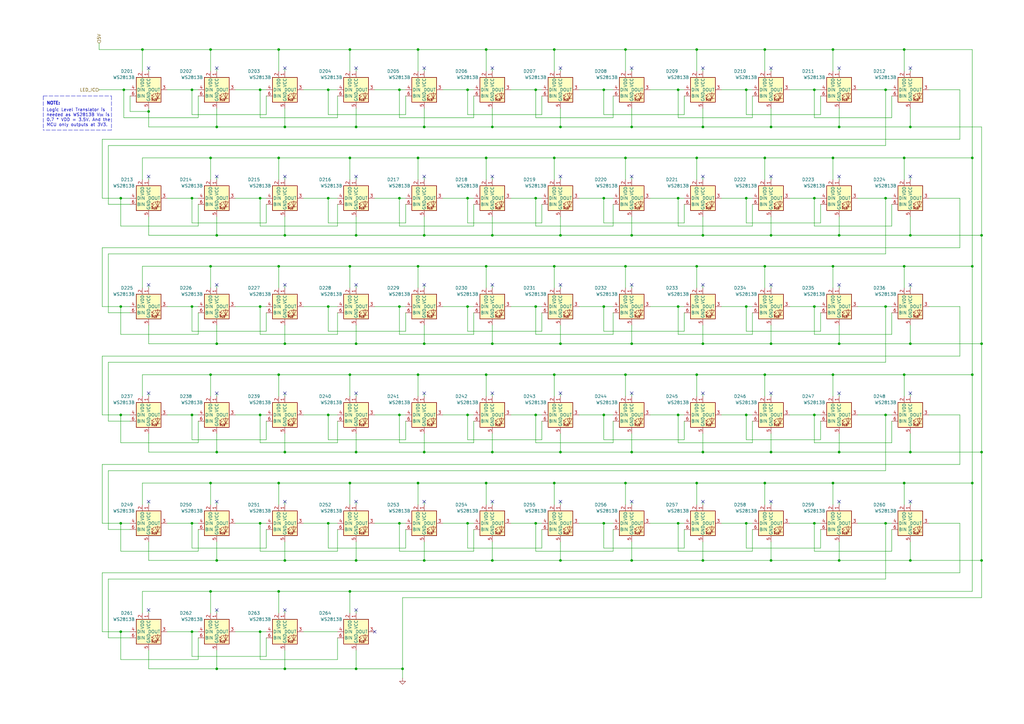
<source format=kicad_sch>
(kicad_sch (version 20211123) (generator eeschema)
  (paper "A3")
  (title_block (title "Smart Chessboard - Addressable RGB LEDs") (date "2022-11-12") (rev "B") (company "Butler Electronics") (comment 1 "Design by Joshua Butler, MD, MHI"))
  (junction (at 163.83 214.63))
  (junction (at 313.69 64.77))
  (junction (at 402.59 140.97))
  (junction (at 316.23 229.87))
  (junction (at 229.87 140.97))
  (junction (at 256.54 109.22))
  (junction (at 191.77 170.18))
  (junction (at 143.51 64.77))
  (junction (at 219.71 125.73))
  (junction (at 199.39 64.77))
  (junction (at 49.53 81.28))
  (junction (at 134.62 125.73))
  (junction (at 316.23 96.52))
  (junction (at 114.3 198.12))
  (junction (at 191.77 36.83))
  (junction (at 78.74 259.08))
  (junction (at 370.84 20.32))
  (junction (at 171.45 64.77))
  (junction (at 106.68 125.73))
  (junction (at 278.13 81.28))
  (junction (at 88.9 229.87))
  (junction (at 219.71 214.63))
  (junction (at 199.39 109.22))
  (junction (at 106.68 214.63))
  (junction (at 163.83 81.28))
  (junction (at 398.78 153.67))
  (junction (at 86.36 198.12))
  (junction (at 341.63 109.22))
  (junction (at 201.93 96.52))
  (junction (at 86.36 20.32))
  (junction (at 134.62 214.63))
  (junction (at 344.17 96.52))
  (junction (at 259.08 140.97))
  (junction (at 199.39 153.67))
  (junction (at 171.45 109.22))
  (junction (at 370.84 153.67))
  (junction (at 146.05 96.52))
  (junction (at 344.17 52.07))
  (junction (at 344.17 185.42))
  (junction (at 247.65 214.63))
  (junction (at 114.3 109.22))
  (junction (at 402.59 185.42))
  (junction (at 285.75 198.12))
  (junction (at 219.71 170.18))
  (junction (at 313.69 198.12))
  (junction (at 341.63 153.67))
  (junction (at 173.99 140.97))
  (junction (at 259.08 52.07))
  (junction (at 306.07 170.18))
  (junction (at 247.65 125.73))
  (junction (at 285.75 64.77))
  (junction (at 86.36 109.22))
  (junction (at 191.77 125.73))
  (junction (at 78.74 81.28))
  (junction (at 344.17 140.97))
  (junction (at 259.08 185.42))
  (junction (at 341.63 64.77))
  (junction (at 229.87 52.07))
  (junction (at 78.74 170.18))
  (junction (at 201.93 229.87))
  (junction (at 191.77 214.63))
  (junction (at 316.23 185.42))
  (junction (at 116.84 96.52))
  (junction (at 363.22 125.73))
  (junction (at 146.05 52.07))
  (junction (at 199.39 198.12))
  (junction (at 116.84 185.42))
  (junction (at 278.13 214.63))
  (junction (at 49.53 125.73))
  (junction (at 106.68 170.18))
  (junction (at 278.13 170.18))
  (junction (at 146.05 229.87))
  (junction (at 201.93 140.97))
  (junction (at 106.68 81.28))
  (junction (at 146.05 274.32))
  (junction (at 285.75 20.32))
  (junction (at 143.51 198.12))
  (junction (at 227.33 153.67))
  (junction (at 227.33 20.32))
  (junction (at 171.45 198.12))
  (junction (at 285.75 109.22))
  (junction (at 114.3 20.32))
  (junction (at 285.75 153.67))
  (junction (at 229.87 185.42))
  (junction (at 256.54 20.32))
  (junction (at 306.07 125.73))
  (junction (at 370.84 64.77))
  (junction (at 363.22 81.28))
  (junction (at 146.05 185.42))
  (junction (at 313.69 109.22))
  (junction (at 191.77 81.28))
  (junction (at 227.33 198.12))
  (junction (at 227.33 64.77))
  (junction (at 116.84 140.97))
  (junction (at 114.3 153.67))
  (junction (at 370.84 109.22))
  (junction (at 163.83 170.18))
  (junction (at 373.38 140.97))
  (junction (at 171.45 20.32))
  (junction (at 316.23 140.97))
  (junction (at 247.65 81.28))
  (junction (at 86.36 64.77))
  (junction (at 402.59 96.52))
  (junction (at 88.9 52.07))
  (junction (at 373.38 185.42))
  (junction (at 334.01 81.28))
  (junction (at 341.63 20.32))
  (junction (at 306.07 81.28))
  (junction (at 86.36 242.57))
  (junction (at 229.87 229.87))
  (junction (at 341.63 198.12))
  (junction (at 114.3 64.77))
  (junction (at 201.93 52.07))
  (junction (at 146.05 140.97))
  (junction (at 173.99 96.52))
  (junction (at 49.53 259.08))
  (junction (at 201.93 185.42))
  (junction (at 78.74 214.63))
  (junction (at 344.17 229.87))
  (junction (at 334.01 170.18))
  (junction (at 313.69 153.67))
  (junction (at 116.84 274.32))
  (junction (at 134.62 170.18))
  (junction (at 288.29 140.97))
  (junction (at 106.68 259.08))
  (junction (at 306.07 36.83))
  (junction (at 78.74 125.73))
  (junction (at 78.74 36.83))
  (junction (at 363.22 36.83))
  (junction (at 363.22 214.63))
  (junction (at 288.29 185.42))
  (junction (at 173.99 185.42))
  (junction (at 247.65 170.18))
  (junction (at 334.01 214.63))
  (junction (at 256.54 64.77))
  (junction (at 259.08 229.87))
  (junction (at 398.78 109.22))
  (junction (at 259.08 96.52))
  (junction (at 278.13 125.73))
  (junction (at 373.38 52.07))
  (junction (at 49.53 214.63))
  (junction (at 106.68 36.83))
  (junction (at 88.9 274.32))
  (junction (at 163.83 36.83))
  (junction (at 316.23 52.07))
  (junction (at 256.54 153.67))
  (junction (at 402.59 229.87))
  (junction (at 88.9 96.52))
  (junction (at 88.9 140.97))
  (junction (at 49.53 170.18))
  (junction (at 219.71 81.28))
  (junction (at 256.54 198.12))
  (junction (at 229.87 96.52))
  (junction (at 306.07 214.63))
  (junction (at 50.8 36.83))
  (junction (at 373.38 96.52))
  (junction (at 313.69 20.32))
  (junction (at 278.13 36.83))
  (junction (at 370.84 198.12))
  (junction (at 334.01 36.83))
  (junction (at 288.29 229.87))
  (junction (at 334.01 125.73))
  (junction (at 163.83 125.73))
  (junction (at 143.51 20.32))
  (junction (at 60.96 45.72))
  (junction (at 134.62 81.28))
  (junction (at 247.65 36.83))
  (junction (at 116.84 52.07))
  (junction (at 134.62 36.83))
  (junction (at 173.99 52.07))
  (junction (at 58.42 20.32))
  (junction (at 227.33 109.22))
  (junction (at 199.39 20.32))
  (junction (at 398.78 198.12))
  (junction (at 288.29 52.07))
  (junction (at 116.84 229.87))
  (junction (at 143.51 153.67))
  (junction (at 173.99 229.87))
  (junction (at 398.78 64.77))
  (junction (at 288.29 96.52))
  (junction (at 171.45 153.67))
  (junction (at 114.3 242.57))
  (junction (at 86.36 153.67))
  (junction (at 143.51 109.22))
  (junction (at 363.22 170.18))
  (junction (at 88.9 185.42))
  (junction (at 143.51 242.57))
  (junction (at 219.71 36.83))
  (junction (at 373.38 229.87))
  (junction (at 165.1 274.32))
  (no_connect (at 88.9 250.19))
  (no_connect (at 60.96 250.19))
  (no_connect (at 116.84 250.19))
  (no_connect (at 146.05 250.19))
  (no_connect (at 88.9 27.94))
  (no_connect (at 116.84 27.94))
  (no_connect (at 146.05 27.94))
  (no_connect (at 173.99 27.94))
  (no_connect (at 60.96 27.94))
  (no_connect (at 259.08 27.94))
  (no_connect (at 229.87 27.94))
  (no_connect (at 201.93 27.94))
  (no_connect (at 288.29 27.94))
  (no_connect (at 316.23 27.94))
  (no_connect (at 229.87 161.29))
  (no_connect (at 259.08 161.29))
  (no_connect (at 60.96 161.29))
  (no_connect (at 116.84 161.29))
  (no_connect (at 88.9 161.29))
  (no_connect (at 201.93 161.29))
  (no_connect (at 173.99 161.29))
  (no_connect (at 146.05 161.29))
  (no_connect (at 60.96 116.84))
  (no_connect (at 116.84 116.84))
  (no_connect (at 88.9 116.84))
  (no_connect (at 146.05 116.84))
  (no_connect (at 373.38 161.29))
  (no_connect (at 259.08 116.84))
  (no_connect (at 229.87 116.84))
  (no_connect (at 173.99 116.84))
  (no_connect (at 201.93 116.84))
  (no_connect (at 344.17 116.84))
  (no_connect (at 373.38 116.84))
  (no_connect (at 288.29 116.84))
  (no_connect (at 316.23 116.84))
  (no_connect (at 316.23 161.29))
  (no_connect (at 344.17 161.29))
  (no_connect (at 288.29 161.29))
  (no_connect (at 116.84 72.39))
  (no_connect (at 88.9 72.39))
  (no_connect (at 60.96 72.39))
  (no_connect (at 146.05 72.39))
  (no_connect (at 173.99 72.39))
  (no_connect (at 229.87 72.39))
  (no_connect (at 201.93 72.39))
  (no_connect (at 259.08 72.39))
  (no_connect (at 316.23 72.39))
  (no_connect (at 288.29 72.39))
  (no_connect (at 344.17 72.39))
  (no_connect (at 373.38 72.39))
  (no_connect (at 229.87 205.74))
  (no_connect (at 344.17 205.74))
  (no_connect (at 316.23 205.74))
  (no_connect (at 373.38 205.74))
  (no_connect (at 259.08 205.74))
  (no_connect (at 288.29 205.74))
  (no_connect (at 88.9 205.74))
  (no_connect (at 116.84 205.74))
  (no_connect (at 60.96 205.74))
  (no_connect (at 201.93 205.74))
  (no_connect (at 173.99 205.74))
  (no_connect (at 146.05 205.74))
  (no_connect (at 344.17 27.94))
  (no_connect (at 373.38 27.94))
  (no_connect (at 153.67 259.08))
  (wire (pts (xy 146.05 96.52) (xy 173.99 96.52)))
  (wire (pts (xy 365.76 83.82) (xy 365.76 92.71)))
  (wire (pts (xy 259.08 27.94) (xy 259.08 29.21)))
  (wire (pts (xy 60.96 266.7) (xy 60.96 274.32)))
  (wire (pts (xy 114.3 198.12) (xy 143.51 198.12)))
  (wire (pts (xy 86.36 198.12) (xy 86.36 207.01)))
  (wire (pts (xy 88.9 229.87) (xy 88.9 222.25)))
  (wire (pts (xy 229.87 185.42) (xy 259.08 185.42)))
  (wire (pts (xy 402.59 185.42) (xy 402.59 229.87)))
  (wire (pts (xy 370.84 20.32) (xy 398.78 20.32)))
  (wire (pts (xy 306.07 224.79) (xy 306.07 214.63)))
  (wire (pts (xy 259.08 96.52) (xy 288.29 96.52)))
  (wire (pts (xy 166.37 172.72) (xy 166.37 180.34)))
  (wire (pts (xy 124.46 36.83) (xy 134.62 36.83)))
  (wire (pts (xy 68.58 214.63) (xy 78.74 214.63)))
  (wire (pts (xy 60.96 250.19) (xy 60.96 251.46)))
  (wire (pts (xy 41.91 170.18) (xy 49.53 170.18)))
  (wire (pts (xy 259.08 161.29) (xy 259.08 162.56)))
  (wire (pts (xy 199.39 109.22) (xy 227.33 109.22)))
  (wire (pts (xy 370.84 109.22) (xy 398.78 109.22)))
  (wire (pts (xy 116.84 96.52) (xy 116.84 88.9)))
  (wire (pts (xy 251.46 128.27) (xy 251.46 137.16)))
  (wire (pts (xy 50.8 36.83) (xy 50.8 48.26)))
  (wire (pts (xy 201.93 185.42) (xy 229.87 185.42)))
  (wire (pts (xy 86.36 242.57) (xy 86.36 251.46)))
  (wire (pts (xy 313.69 64.77) (xy 341.63 64.77)))
  (wire (pts (xy 247.65 135.89) (xy 247.65 125.73)))
  (wire (pts (xy 288.29 161.29) (xy 288.29 162.56)))
  (wire (pts (xy 370.84 198.12) (xy 398.78 198.12)))
  (wire (pts (xy 171.45 64.77) (xy 171.45 73.66)))
  (wire (pts (xy 336.55 135.89) (xy 306.07 135.89)))
  (wire (pts (xy 351.79 36.83) (xy 363.22 36.83)))
  (wire (pts (xy 288.29 52.07) (xy 288.29 44.45)))
  (wire (pts (xy 266.7 36.83) (xy 278.13 36.83)))
  (wire (pts (xy 41.91 101.6) (xy 41.91 125.73)))
  (wire (pts (xy 295.91 170.18) (xy 306.07 170.18)))
  (wire (pts (xy 373.38 185.42) (xy 373.38 177.8)))
  (wire (pts (xy 201.93 229.87) (xy 229.87 229.87)))
  (wire (pts (xy 316.23 72.39) (xy 316.23 73.66)))
  (polyline (pts (xy 17.78 39.37) (xy 17.78 53.34)))
  (wire (pts (xy 251.46 48.26) (xy 219.71 48.26)))
  (wire (pts (xy 143.51 20.32) (xy 143.51 29.21)))
  (wire (pts (xy 398.78 64.77) (xy 398.78 109.22)))
  (wire (pts (xy 146.05 96.52) (xy 146.05 88.9)))
  (wire (pts (xy 402.59 52.07) (xy 402.59 96.52)))
  (wire (pts (xy 86.36 64.77) (xy 86.36 73.66)))
  (wire (pts (xy 81.28 172.72) (xy 81.28 181.61)))
  (wire (pts (xy 306.07 36.83) (xy 308.61 36.83)))
  (wire (pts (xy 306.07 214.63) (xy 308.61 214.63)))
  (wire (pts (xy 109.22 180.34) (xy 109.22 172.72)))
  (wire (pts (xy 199.39 64.77) (xy 227.33 64.77)))
  (wire (pts (xy 280.67 91.44) (xy 247.65 91.44)))
  (wire (pts (xy 60.96 27.94) (xy 60.96 29.21)))
  (wire (pts (xy 146.05 140.97) (xy 146.05 133.35)))
  (wire (pts (xy 237.49 36.83) (xy 247.65 36.83)))
  (wire (pts (xy 363.22 36.83) (xy 363.22 59.69)))
  (wire (pts (xy 96.52 125.73) (xy 106.68 125.73)))
  (wire (pts (xy 316.23 116.84) (xy 316.23 118.11)))
  (wire (pts (xy 199.39 153.67) (xy 199.39 162.56)))
  (wire (pts (xy 199.39 153.67) (xy 227.33 153.67)))
  (wire (pts (xy 173.99 185.42) (xy 173.99 177.8)))
  (wire (pts (xy 78.74 125.73) (xy 78.74 135.89)))
  (wire (pts (xy 171.45 64.77) (xy 199.39 64.77)))
  (wire (pts (xy 134.62 91.44) (xy 134.62 81.28)))
  (wire (pts (xy 344.17 96.52) (xy 373.38 96.52)))
  (wire (pts (xy 138.43 261.62) (xy 138.43 270.51)))
  (wire (pts (xy 393.7 234.95) (xy 41.91 234.95)))
  (wire (pts (xy 363.22 193.04) (xy 44.45 193.04)))
  (wire (pts (xy 341.63 153.67) (xy 370.84 153.67)))
  (wire (pts (xy 316.23 185.42) (xy 344.17 185.42)))
  (wire (pts (xy 393.7 214.63) (xy 393.7 234.95)))
  (wire (pts (xy 201.93 140.97) (xy 201.93 133.35)))
  (wire (pts (xy 237.49 81.28) (xy 247.65 81.28)))
  (wire (pts (xy 251.46 137.16) (xy 219.71 137.16)))
  (wire (pts (xy 58.42 64.77) (xy 86.36 64.77)))
  (wire (pts (xy 247.65 125.73) (xy 251.46 125.73)))
  (wire (pts (xy 96.52 36.83) (xy 106.68 36.83)))
  (wire (pts (xy 138.43 270.51) (xy 106.68 270.51)))
  (wire (pts (xy 306.07 91.44) (xy 306.07 81.28)))
  (wire (pts (xy 171.45 109.22) (xy 199.39 109.22)))
  (wire (pts (xy 116.84 274.32) (xy 146.05 274.32)))
  (wire (pts (xy 49.53 81.28) (xy 53.34 81.28)))
  (wire (pts (xy 166.37 224.79) (xy 134.62 224.79)))
  (wire (pts (xy 86.36 153.67) (xy 114.3 153.67)))
  (wire (pts (xy 393.7 36.83) (xy 393.7 57.15)))
  (wire (pts (xy 222.25 46.99) (xy 222.25 39.37)))
  (wire (pts (xy 313.69 198.12) (xy 341.63 198.12)))
  (wire (pts (xy 344.17 96.52) (xy 344.17 88.9)))
  (wire (pts (xy 259.08 52.07) (xy 288.29 52.07)))
  (wire (pts (xy 278.13 170.18) (xy 280.67 170.18)))
  (wire (pts (xy 373.38 140.97) (xy 373.38 133.35)))
  (wire (pts (xy 78.74 36.83) (xy 81.28 36.83)))
  (wire (pts (xy 288.29 185.42) (xy 288.29 177.8)))
  (wire (pts (xy 146.05 52.07) (xy 146.05 44.45)))
  (wire (pts (xy 163.83 125.73) (xy 166.37 125.73)))
  (wire (pts (xy 194.31 48.26) (xy 163.83 48.26)))
  (wire (pts (xy 143.51 64.77) (xy 171.45 64.77)))
  (wire (pts (xy 40.64 20.32) (xy 58.42 20.32)))
  (wire (pts (xy 134.62 125.73) (xy 138.43 125.73)))
  (wire (pts (xy 88.9 161.29) (xy 88.9 162.56)))
  (wire (pts (xy 402.59 229.87) (xy 402.59 245.11)))
  (wire (pts (xy 306.07 125.73) (xy 308.61 125.73)))
  (wire (pts (xy 251.46 39.37) (xy 251.46 48.26)))
  (wire (pts (xy 288.29 72.39) (xy 288.29 73.66)))
  (wire (pts (xy 393.7 146.05) (xy 41.91 146.05)))
  (wire (pts (xy 341.63 64.77) (xy 370.84 64.77)))
  (wire (pts (xy 138.43 39.37) (xy 138.43 48.26)))
  (wire (pts (xy 373.38 52.07) (xy 373.38 44.45)))
  (wire (pts (xy 336.55 91.44) (xy 306.07 91.44)))
  (wire (pts (xy 201.93 140.97) (xy 229.87 140.97)))
  (wire (pts (xy 334.01 81.28) (xy 336.55 81.28)))
  (wire (pts (xy 60.96 45.72) (xy 60.96 52.07)))
  (wire (pts (xy 341.63 198.12) (xy 341.63 207.01)))
  (wire (pts (xy 88.9 185.42) (xy 116.84 185.42)))
  (wire (pts (xy 146.05 274.32) (xy 165.1 274.32)))
  (wire (pts (xy 222.25 91.44) (xy 191.77 91.44)))
  (wire (pts (xy 363.22 148.59) (xy 44.45 148.59)))
  (wire (pts (xy 278.13 125.73) (xy 278.13 137.16)))
  (wire (pts (xy 116.84 274.32) (xy 116.84 266.7)))
  (wire (pts (xy 251.46 83.82) (xy 251.46 92.71)))
  (wire (pts (xy 341.63 109.22) (xy 370.84 109.22)))
  (wire (pts (xy 316.23 52.07) (xy 344.17 52.07)))
  (wire (pts (xy 341.63 153.67) (xy 341.63 162.56)))
  (wire (pts (xy 266.7 170.18) (xy 278.13 170.18)))
  (wire (pts (xy 44.45 104.14) (xy 44.45 128.27)))
  (wire (pts (xy 41.91 146.05) (xy 41.91 170.18)))
  (wire (pts (xy 88.9 72.39) (xy 88.9 73.66)))
  (wire (pts (xy 219.71 125.73) (xy 219.71 137.16)))
  (wire (pts (xy 227.33 153.67) (xy 227.33 162.56)))
  (wire (pts (xy 285.75 109.22) (xy 313.69 109.22)))
  (wire (pts (xy 114.3 20.32) (xy 114.3 29.21)))
  (wire (pts (xy 222.25 180.34) (xy 222.25 172.72)))
  (wire (pts (xy 106.68 36.83) (xy 109.22 36.83)))
  (wire (pts (xy 336.55 180.34) (xy 336.55 172.72)))
  (wire (pts (xy 181.61 214.63) (xy 191.77 214.63)))
  (wire (pts (xy 96.52 259.08) (xy 106.68 259.08)))
  (wire (pts (xy 341.63 64.77) (xy 341.63 73.66)))
  (wire (pts (xy 306.07 46.99) (xy 306.07 36.83)))
  (wire (pts (xy 288.29 229.87) (xy 316.23 229.87)))
  (wire (pts (xy 229.87 229.87) (xy 229.87 222.25)))
  (wire (pts (xy 227.33 20.32) (xy 227.33 29.21)))
  (wire (pts (xy 106.68 214.63) (xy 106.68 226.06)))
  (wire (pts (xy 363.22 125.73) (xy 365.76 125.73)))
  (wire (pts (xy 78.74 214.63) (xy 81.28 214.63)))
  (wire (pts (xy 191.77 180.34) (xy 191.77 170.18)))
  (wire (pts (xy 363.22 170.18) (xy 363.22 193.04)))
  (wire (pts (xy 398.78 153.67) (xy 398.78 198.12)))
  (wire (pts (xy 163.83 36.83) (xy 163.83 48.26)))
  (wire (pts (xy 181.61 170.18) (xy 191.77 170.18)))
  (wire (pts (xy 227.33 109.22) (xy 227.33 118.11)))
  (wire (pts (xy 278.13 81.28) (xy 278.13 92.71)))
  (wire (pts (xy 58.42 153.67) (xy 86.36 153.67)))
  (wire (pts (xy 280.67 217.17) (xy 280.67 224.79)))
  (wire (pts (xy 49.53 259.08) (xy 53.34 259.08)))
  (wire (pts (xy 334.01 81.28) (xy 334.01 92.71)))
  (wire (pts (xy 41.91 125.73) (xy 49.53 125.73)))
  (wire (pts (xy 171.45 153.67) (xy 171.45 162.56)))
  (wire (pts (xy 49.53 137.16) (xy 49.53 125.73)))
  (wire (pts (xy 194.31 83.82) (xy 194.31 92.71)))
  (wire (pts (xy 308.61 83.82) (xy 308.61 92.71)))
  (wire (pts (xy 146.05 72.39) (xy 146.05 73.66)))
  (wire (pts (xy 146.05 161.29) (xy 146.05 162.56)))
  (wire (pts (xy 308.61 128.27) (xy 308.61 137.16)))
  (wire (pts (xy 165.1 274.32) (xy 165.1 278.13)))
  (wire (pts (xy 173.99 72.39) (xy 173.99 73.66)))
  (wire (pts (xy 116.84 185.42) (xy 116.84 177.8)))
  (wire (pts (xy 58.42 198.12) (xy 58.42 207.01)))
  (wire (pts (xy 256.54 109.22) (xy 285.75 109.22)))
  (wire (pts (xy 237.49 214.63) (xy 247.65 214.63)))
  (wire (pts (xy 88.9 96.52) (xy 116.84 96.52)))
  (wire (pts (xy 259.08 72.39) (xy 259.08 73.66)))
  (wire (pts (xy 370.84 64.77) (xy 398.78 64.77)))
  (wire (pts (xy 49.53 214.63) (xy 53.34 214.63)))
  (wire (pts (xy 146.05 250.19) (xy 146.05 251.46)))
  (wire (pts (xy 288.29 140.97) (xy 316.23 140.97)))
  (wire (pts (xy 373.38 27.94) (xy 373.38 29.21)))
  (wire (pts (xy 295.91 125.73) (xy 306.07 125.73)))
  (wire (pts (xy 153.67 125.73) (xy 163.83 125.73)))
  (wire (pts (xy 288.29 116.84) (xy 288.29 118.11)))
  (wire (pts (xy 40.64 17.78) (xy 40.64 20.32)))
  (wire (pts (xy 334.01 170.18) (xy 334.01 181.61)))
  (wire (pts (xy 134.62 36.83) (xy 138.43 36.83)))
  (wire (pts (xy 78.74 170.18) (xy 78.74 180.34)))
  (wire (pts (xy 171.45 153.67) (xy 199.39 153.67)))
  (wire (pts (xy 181.61 125.73) (xy 191.77 125.73)))
  (wire (pts (xy 259.08 229.87) (xy 288.29 229.87)))
  (wire (pts (xy 373.38 52.07) (xy 402.59 52.07)))
  (wire (pts (xy 363.22 214.63) (xy 365.76 214.63)))
  (wire (pts (xy 171.45 198.12) (xy 199.39 198.12)))
  (wire (pts (xy 78.74 81.28) (xy 78.74 91.44)))
  (wire (pts (xy 116.84 116.84) (xy 116.84 118.11)))
  (wire (pts (xy 138.43 128.27) (xy 138.43 137.16)))
  (wire (pts (xy 363.22 81.28) (xy 363.22 104.14)))
  (wire (pts (xy 86.36 198.12) (xy 114.3 198.12)))
  (wire (pts (xy 44.45 148.59) (xy 44.45 172.72)))
  (wire (pts (xy 60.96 72.39) (xy 60.96 73.66)))
  (wire (pts (xy 81.28 270.51) (xy 49.53 270.51)))
  (wire (pts (xy 44.45 217.17) (xy 53.34 217.17)))
  (wire (pts (xy 78.74 224.79) (xy 109.22 224.79)))
  (wire (pts (xy 58.42 109.22) (xy 58.42 118.11)))
  (wire (pts (xy 96.52 170.18) (xy 106.68 170.18)))
  (wire (pts (xy 285.75 20.32) (xy 285.75 29.21)))
  (wire (pts (xy 288.29 185.42) (xy 316.23 185.42)))
  (wire (pts (xy 173.99 96.52) (xy 173.99 88.9)))
  (wire (pts (xy 60.96 222.25) (xy 60.96 229.87)))
  (wire (pts (xy 323.85 36.83) (xy 334.01 36.83)))
  (wire (pts (xy 344.17 52.07) (xy 373.38 52.07)))
  (wire (pts (xy 256.54 20.32) (xy 256.54 29.21)))
  (wire (pts (xy 143.51 64.77) (xy 143.51 73.66)))
  (wire (pts (xy 78.74 180.34) (xy 109.22 180.34)))
  (wire (pts (xy 373.38 161.29) (xy 373.38 162.56)))
  (wire (pts (xy 191.77 135.89) (xy 191.77 125.73)))
  (wire (pts (xy 106.68 170.18) (xy 109.22 170.18)))
  (wire (pts (xy 316.23 27.94) (xy 316.23 29.21)))
  (wire (pts (xy 88.9 27.94) (xy 88.9 29.21)))
  (wire (pts (xy 370.84 153.67) (xy 370.84 162.56)))
  (wire (pts (xy 313.69 109.22) (xy 313.69 118.11)))
  (wire (pts (xy 109.22 46.99) (xy 109.22 39.37)))
  (wire (pts (xy 370.84 153.67) (xy 398.78 153.67)))
  (wire (pts (xy 191.77 91.44) (xy 191.77 81.28)))
  (wire (pts (xy 201.93 205.74) (xy 201.93 207.01)))
  (wire (pts (xy 88.9 274.32) (xy 88.9 266.7)))
  (wire (pts (xy 49.53 125.73) (xy 53.34 125.73)))
  (wire (pts (xy 251.46 226.06) (xy 219.71 226.06)))
  (wire (pts (xy 58.42 20.32) (xy 58.42 29.21)))
  (wire (pts (xy 393.7 125.73) (xy 393.7 146.05)))
  (wire (pts (xy 49.53 181.61) (xy 49.53 170.18)))
  (wire (pts (xy 78.74 259.08) (xy 78.74 269.24)))
  (wire (pts (xy 96.52 214.63) (xy 106.68 214.63)))
  (wire (pts (xy 68.58 259.08) (xy 78.74 259.08)))
  (wire (pts (xy 116.84 161.29) (xy 116.84 162.56)))
  (wire (pts (xy 393.7 190.5) (xy 41.91 190.5)))
  (wire (pts (xy 201.93 116.84) (xy 201.93 118.11)))
  (wire (pts (xy 251.46 217.17) (xy 251.46 226.06)))
  (wire (pts (xy 373.38 229.87) (xy 373.38 222.25)))
  (wire (pts (xy 173.99 140.97) (xy 201.93 140.97)))
  (wire (pts (xy 222.25 46.99) (xy 191.77 46.99)))
  (wire (pts (xy 163.83 170.18) (xy 166.37 170.18)))
  (wire (pts (xy 344.17 161.29) (xy 344.17 162.56)))
  (wire (pts (xy 78.74 91.44) (xy 109.22 91.44)))
  (wire (pts (xy 308.61 181.61) (xy 278.13 181.61)))
  (wire (pts (xy 88.9 96.52) (xy 88.9 88.9)))
  (wire (pts (xy 373.38 72.39) (xy 373.38 73.66)))
  (wire (pts (xy 259.08 185.42) (xy 288.29 185.42)))
  (wire (pts (xy 316.23 229.87) (xy 344.17 229.87)))
  (wire (pts (xy 106.68 259.08) (xy 109.22 259.08)))
  (wire (pts (xy 81.28 261.62) (xy 81.28 270.51)))
  (wire (pts (xy 316.23 140.97) (xy 316.23 133.35)))
  (wire (pts (xy 143.51 153.67) (xy 143.51 162.56)))
  (wire (pts (xy 166.37 128.27) (xy 166.37 135.89)))
  (wire (pts (xy 58.42 153.67) (xy 58.42 162.56)))
  (wire (pts (xy 201.93 52.07) (xy 229.87 52.07)))
  (wire (pts (xy 88.9 52.07) (xy 88.9 44.45)))
  (wire (pts (xy 259.08 140.97) (xy 259.08 133.35)))
  (wire (pts (xy 288.29 205.74) (xy 288.29 207.01)))
  (wire (pts (xy 109.22 91.44) (xy 109.22 83.82)))
  (wire (pts (xy 163.83 125.73) (xy 163.83 137.16)))
  (wire (pts (xy 153.67 214.63) (xy 163.83 214.63)))
  (wire (pts (xy 344.17 116.84) (xy 344.17 118.11)))
  (wire (pts (xy 363.22 36.83) (xy 365.76 36.83)))
  (wire (pts (xy 191.77 81.28) (xy 194.31 81.28)))
  (wire (pts (xy 247.65 91.44) (xy 247.65 81.28)))
  (wire (pts (xy 143.51 242.57) (xy 398.78 242.57)))
  (wire (pts (xy 209.55 170.18) (xy 219.71 170.18)))
  (wire (pts (xy 191.77 224.79) (xy 191.77 214.63)))
  (wire (pts (xy 116.84 140.97) (xy 116.84 133.35)))
  (wire (pts (xy 285.75 20.32) (xy 313.69 20.32)))
  (wire (pts (xy 194.31 172.72) (xy 194.31 181.61)))
  (wire (pts (xy 323.85 170.18) (xy 334.01 170.18)))
  (wire (pts (xy 50.8 36.83) (xy 53.34 36.83)))
  (wire (pts (xy 313.69 20.32) (xy 313.69 29.21)))
  (wire (pts (xy 114.3 198.12) (xy 114.3 207.01)))
  (wire (pts (xy 109.22 224.79) (xy 109.22 217.17)))
  (wire (pts (xy 278.13 36.83) (xy 280.67 36.83)))
  (wire (pts (xy 363.22 125.73) (xy 363.22 148.59)))
  (wire (pts (xy 138.43 48.26) (xy 106.68 48.26)))
  (wire (pts (xy 58.42 109.22) (xy 86.36 109.22)))
  (wire (pts (xy 334.01 125.73) (xy 336.55 125.73)))
  (wire (pts (xy 124.46 125.73) (xy 134.62 125.73)))
  (wire (pts (xy 316.23 229.87) (xy 316.23 222.25)))
  (wire (pts (xy 134.62 135.89) (xy 134.62 125.73)))
  (wire (pts (xy 365.76 92.71) (xy 334.01 92.71)))
  (wire (pts (xy 398.78 198.12) (xy 398.78 242.57)))
  (wire (pts (xy 114.3 242.57) (xy 143.51 242.57)))
  (wire (pts (xy 199.39 64.77) (xy 199.39 73.66)))
  (wire (pts (xy 173.99 205.74) (xy 173.99 207.01)))
  (wire (pts (xy 365.76 39.37) (xy 365.76 48.26)))
  (wire (pts (xy 365.76 48.26) (xy 334.01 48.26)))
  (wire (pts (xy 41.91 214.63) (xy 49.53 214.63)))
  (wire (pts (xy 134.62 180.34) (xy 134.62 170.18)))
  (wire (pts (xy 163.83 214.63) (xy 163.83 226.06)))
  (wire (pts (xy 313.69 153.67) (xy 341.63 153.67)))
  (wire (pts (xy 370.84 198.12) (xy 370.84 207.01)))
  (wire (pts (xy 49.53 270.51) (xy 49.53 259.08)))
  (wire (pts (xy 222.25 135.89) (xy 191.77 135.89)))
  (wire (pts (xy 256.54 153.67) (xy 285.75 153.67)))
  (wire (pts (xy 373.38 229.87) (xy 402.59 229.87)))
  (wire (pts (xy 256.54 198.12) (xy 256.54 207.01)))
  (wire (pts (xy 81.28 181.61) (xy 49.53 181.61)))
  (wire (pts (xy 114.3 20.32) (xy 143.51 20.32)))
  (wire (pts (xy 106.68 125.73) (xy 106.68 137.16)))
  (wire (pts (xy 229.87 27.94) (xy 229.87 29.21)))
  (wire (pts (xy 280.67 172.72) (xy 280.67 180.34)))
  (wire (pts (xy 181.61 81.28) (xy 191.77 81.28)))
  (wire (pts (xy 365.76 137.16) (xy 334.01 137.16)))
  (wire (pts (xy 124.46 81.28) (xy 134.62 81.28)))
  (wire (pts (xy 44.45 128.27) (xy 53.34 128.27)))
  (wire (pts (xy 363.22 170.18) (xy 365.76 170.18)))
  (wire (pts (xy 266.7 214.63) (xy 278.13 214.63)))
  (wire (pts (xy 247.65 170.18) (xy 251.46 170.18)))
  (wire (pts (xy 316.23 96.52) (xy 344.17 96.52)))
  (wire (pts (xy 341.63 20.32) (xy 370.84 20.32)))
  (wire (pts (xy 60.96 52.07) (xy 88.9 52.07)))
  (wire (pts (xy 78.74 214.63) (xy 78.74 224.79)))
  (wire (pts (xy 114.3 153.67) (xy 143.51 153.67)))
  (wire (pts (xy 78.74 170.18) (xy 81.28 170.18)))
  (wire (pts (xy 88.9 116.84) (xy 88.9 118.11)))
  (wire (pts (xy 58.42 64.77) (xy 58.42 73.66)))
  (wire (pts (xy 316.23 205.74) (xy 316.23 207.01)))
  (wire (pts (xy 53.34 39.37) (xy 53.34 45.72)))
  (wire (pts (xy 124.46 214.63) (xy 134.62 214.63)))
  (wire (pts (xy 227.33 198.12) (xy 256.54 198.12)))
  (wire (pts (xy 44.45 193.04) (xy 44.45 217.17)))
  (wire (pts (xy 373.38 185.42) (xy 402.59 185.42)))
  (wire (pts (xy 381 36.83) (xy 393.7 36.83)))
  (wire (pts (xy 146.05 52.07) (xy 173.99 52.07)))
  (wire (pts (xy 288.29 96.52) (xy 316.23 96.52)))
  (wire (pts (xy 334.01 36.83) (xy 334.01 48.26)))
  (wire (pts (xy 229.87 96.52) (xy 229.87 88.9)))
  (wire (pts (xy 381 81.28) (xy 393.7 81.28)))
  (wire (pts (xy 60.96 229.87) (xy 88.9 229.87)))
  (wire (pts (xy 86.36 20.32) (xy 86.36 29.21)))
  (wire (pts (xy 365.76 172.72) (xy 365.76 181.61)))
  (wire (pts (xy 259.08 116.84) (xy 259.08 118.11)))
  (wire (pts (xy 280.67 180.34) (xy 247.65 180.34)))
  (wire (pts (xy 78.74 259.08) (xy 81.28 259.08)))
  (wire (pts (xy 146.05 229.87) (xy 173.99 229.87)))
  (wire (pts (xy 106.68 36.83) (xy 106.68 48.26)))
  (wire (pts (xy 116.84 140.97) (xy 146.05 140.97)))
  (wire (pts (xy 280.67 83.82) (xy 280.67 91.44)))
  (wire (pts (xy 163.83 81.28) (xy 163.83 92.71)))
  (wire (pts (xy 60.96 185.42) (xy 88.9 185.42)))
  (wire (pts (xy 114.3 109.22) (xy 114.3 118.11)))
  (wire (pts (xy 363.22 59.69) (xy 44.45 59.69)))
  (wire (pts (xy 251.46 172.72) (xy 251.46 181.61)))
  (wire (pts (xy 194.31 39.37) (xy 194.31 48.26)))
  (wire (pts (xy 201.93 27.94) (xy 201.93 29.21)))
  (wire (pts (xy 88.9 205.74) (xy 88.9 207.01)))
  (wire (pts (xy 106.68 81.28) (xy 109.22 81.28)))
  (wire (pts (xy 163.83 214.63) (xy 166.37 214.63)))
  (wire (pts (xy 194.31 217.17) (xy 194.31 226.06)))
  (wire (pts (xy 344.17 27.94) (xy 344.17 29.21)))
  (wire (pts (xy 334.01 36.83) (xy 336.55 36.83)))
  (wire (pts (xy 146.05 274.32) (xy 146.05 266.7)))
  (wire (pts (xy 222.25 135.89) (xy 222.25 128.27)))
  (wire (pts (xy 393.7 101.6) (xy 41.91 101.6)))
  (wire (pts (xy 247.65 46.99) (xy 247.65 36.83)))
  (wire (pts (xy 237.49 170.18) (xy 247.65 170.18)))
  (wire (pts (xy 68.58 81.28) (xy 78.74 81.28)))
  (wire (pts (xy 259.08 140.97) (xy 288.29 140.97)))
  (wire (pts (xy 116.84 52.07) (xy 146.05 52.07)))
  (wire (pts (xy 114.3 64.77) (xy 143.51 64.77)))
  (wire (pts (xy 60.96 96.52) (xy 88.9 96.52)))
  (wire (pts (xy 86.36 109.22) (xy 86.36 118.11)))
  (wire (pts (xy 146.05 185.42) (xy 173.99 185.42)))
  (wire (pts (xy 143.51 153.67) (xy 171.45 153.67)))
  (wire (pts (xy 138.43 137.16) (xy 106.68 137.16)))
  (wire (pts (xy 313.69 20.32) (xy 341.63 20.32)))
  (wire (pts (xy 363.22 237.49) (xy 44.45 237.49)))
  (wire (pts (xy 88.9 250.19) (xy 88.9 251.46)))
  (wire (pts (xy 53.34 45.72) (xy 60.96 45.72)))
  (wire (pts (xy 173.99 161.29) (xy 173.99 162.56)))
  (wire (pts (xy 60.96 88.9) (xy 60.96 96.52)))
  (wire (pts (xy 209.55 36.83) (xy 219.71 36.83)))
  (wire (pts (xy 336.55 224.79) (xy 306.07 224.79)))
  (wire (pts (xy 295.91 81.28) (xy 306.07 81.28)))
  (wire (pts (xy 313.69 198.12) (xy 313.69 207.01)))
  (wire (pts (xy 334.01 214.63) (xy 336.55 214.63)))
  (wire (pts (xy 308.61 48.26) (xy 278.13 48.26)))
  (wire (pts (xy 199.39 198.12) (xy 227.33 198.12)))
  (wire (pts (xy 166.37 83.82) (xy 166.37 91.44)))
  (polyline (pts (xy 45.72 53.34) (xy 17.78 53.34)))
  (wire (pts (xy 336.55 224.79) (xy 336.55 217.17)))
  (wire (pts (xy 116.84 229.87) (xy 146.05 229.87)))
  (wire (pts (xy 114.3 242.57) (xy 114.3 251.46)))
  (wire (pts (xy 280.67 46.99) (xy 247.65 46.99)))
  (wire (pts (xy 256.54 109.22) (xy 256.54 118.11)))
  (wire (pts (xy 146.05 229.87) (xy 146.05 222.25)))
  (wire (pts (xy 278.13 214.63) (xy 280.67 214.63)))
  (wire (pts (xy 86.36 109.22) (xy 114.3 109.22)))
  (wire (pts (xy 88.9 229.87) (xy 116.84 229.87)))
  (wire (pts (xy 373.38 140.97) (xy 402.59 140.97)))
  (wire (pts (xy 227.33 64.77) (xy 256.54 64.77)))
  (wire (pts (xy 402.59 96.52) (xy 402.59 140.97)))
  (wire (pts (xy 49.53 226.06) (xy 49.53 214.63)))
  (wire (pts (xy 344.17 185.42) (xy 344.17 177.8)))
  (wire (pts (xy 219.71 125.73) (xy 222.25 125.73)))
  (wire (pts (xy 288.29 229.87) (xy 288.29 222.25)))
  (wire (pts (xy 381 125.73) (xy 393.7 125.73)))
  (wire (pts (xy 191.77 46.99) (xy 191.77 36.83)))
  (wire (pts (xy 229.87 96.52) (xy 259.08 96.52)))
  (wire (pts (xy 247.65 214.63) (xy 251.46 214.63)))
  (wire (pts (xy 114.3 64.77) (xy 114.3 73.66)))
  (wire (pts (xy 199.39 109.22) (xy 199.39 118.11)))
  (wire (pts (xy 201.93 185.42) (xy 201.93 177.8)))
  (wire (pts (xy 285.75 153.67) (xy 285.75 162.56)))
  (wire (pts (xy 393.7 57.15) (xy 41.91 57.15)))
  (wire (pts (xy 323.85 81.28) (xy 334.01 81.28)))
  (wire (pts (xy 86.36 20.32) (xy 114.3 20.32)))
  (wire (pts (xy 81.28 83.82) (xy 81.28 92.71)))
  (wire (pts (xy 351.79 170.18) (xy 363.22 170.18)))
  (wire (pts (xy 138.43 226.06) (xy 106.68 226.06)))
  (wire (pts (xy 256.54 64.77) (xy 285.75 64.77)))
  (wire (pts (xy 365.76 226.06) (xy 334.01 226.06)))
  (wire (pts (xy 227.33 109.22) (xy 256.54 109.22)))
  (wire (pts (xy 109.22 269.24) (xy 109.22 261.62)))
  (wire (pts (xy 222.25 224.79) (xy 191.77 224.79)))
  (wire (pts (xy 173.99 229.87) (xy 173.99 222.25)))
  (wire (pts (xy 351.79 81.28) (xy 363.22 81.28)))
  (wire (pts (xy 191.77 214.63) (xy 194.31 214.63)))
  (wire (pts (xy 247.65 36.83) (xy 251.46 36.83)))
  (wire (pts (xy 316.23 185.42) (xy 316.23 177.8)))
  (wire (pts (xy 370.84 64.77) (xy 370.84 73.66)))
  (wire (pts (xy 402.59 245.11) (xy 165.1 245.11)))
  (wire (pts (xy 116.84 185.42) (xy 146.05 185.42)))
  (wire (pts (xy 153.67 170.18) (xy 163.83 170.18)))
  (wire (pts (xy 229.87 72.39) (xy 229.87 73.66)))
  (wire (pts (xy 308.61 39.37) (xy 308.61 48.26)))
  (wire (pts (xy 229.87 185.42) (xy 229.87 177.8)))
  (wire (pts (xy 114.3 109.22) (xy 143.51 109.22)))
  (wire (pts (xy 227.33 20.32) (xy 256.54 20.32)))
  (wire (pts (xy 229.87 229.87) (xy 259.08 229.87)))
  (wire (pts (xy 259.08 229.87) (xy 259.08 222.25)))
  (wire (pts (xy 219.71 170.18) (xy 222.25 170.18)))
  (wire (pts (xy 251.46 92.71) (xy 219.71 92.71)))
  (wire (pts (xy 201.93 96.52) (xy 229.87 96.52)))
  (wire (pts (xy 173.99 140.97) (xy 173.99 133.35)))
  (wire (pts (xy 247.65 180.34) (xy 247.65 170.18)))
  (wire (pts (xy 285.75 109.22) (xy 285.75 118.11)))
  (wire (pts (xy 313.69 153.67) (xy 313.69 162.56)))
  (wire (pts (xy 41.91 234.95) (xy 41.91 259.08)))
  (wire (pts (xy 336.55 135.89) (xy 336.55 128.27)))
  (wire (pts (xy 143.51 20.32) (xy 171.45 20.32)))
  (wire (pts (xy 316.23 161.29) (xy 316.23 162.56)))
  (wire (pts (xy 308.61 226.06) (xy 278.13 226.06)))
  (wire (pts (xy 351.79 214.63) (xy 363.22 214.63)))
  (wire (pts (xy 41.91 190.5) (xy 41.91 214.63)))
  (wire (pts (xy 194.31 181.61) (xy 163.83 181.61)))
  (wire (pts (xy 49.53 170.18) (xy 53.34 170.18)))
  (wire (pts (xy 44.45 237.49) (xy 44.45 261.62)))
  (wire (pts (xy 393.7 81.28) (xy 393.7 101.6)))
  (wire (pts (xy 173.99 96.52) (xy 201.93 96.52)))
  (wire (pts (xy 153.67 81.28) (xy 163.83 81.28)))
  (wire (pts (xy 134.62 81.28) (xy 138.43 81.28)))
  (wire (pts (xy 143.51 109.22) (xy 143.51 118.11)))
  (wire (pts (xy 229.87 161.29) (xy 229.87 162.56)))
  (wire (pts (xy 143.51 109.22) (xy 171.45 109.22)))
  (wire (pts (xy 351.79 125.73) (xy 363.22 125.73)))
  (wire (pts (xy 280.67 135.89) (xy 247.65 135.89)))
  (wire (pts (xy 229.87 52.07) (xy 259.08 52.07)))
  (wire (pts (xy 201.93 52.07) (xy 201.93 44.45)))
  (wire (pts (xy 256.54 64.77) (xy 256.54 73.66)))
  (wire (pts (xy 58.42 198.12) (xy 86.36 198.12)))
  (wire (pts (xy 81.28 39.37) (xy 81.28 48.26)))
  (wire (pts (xy 106.68 259.08) (xy 106.68 270.51)))
  (wire (pts (xy 373.38 96.52) (xy 373.38 88.9)))
  (wire (pts (xy 280.67 224.79) (xy 247.65 224.79)))
  (wire (pts (xy 146.05 140.97) (xy 173.99 140.97)))
  (wire (pts (xy 109.22 135.89) (xy 109.22 128.27)))
  (wire (pts (xy 316.23 52.07) (xy 316.23 44.45)))
  (wire (pts (xy 106.68 125.73) (xy 109.22 125.73)))
  (wire (pts (xy 256.54 198.12) (xy 285.75 198.12)))
  (wire (pts (xy 81.28 92.71) (xy 49.53 92.71)))
  (wire (pts (xy 229.87 140.97) (xy 259.08 140.97)))
  (wire (pts (xy 86.36 153.67) (xy 86.36 162.56)))
  (wire (pts (xy 114.3 153.67) (xy 114.3 162.56)))
  (wire (pts (xy 138.43 92.71) (xy 106.68 92.71)))
  (wire (pts (xy 68.58 170.18) (xy 78.74 170.18)))
  (wire (pts (xy 344.17 185.42) (xy 373.38 185.42)))
  (wire (pts (xy 381 170.18) (xy 393.7 170.18)))
  (wire (pts (xy 278.13 81.28) (xy 280.67 81.28)))
  (wire (pts (xy 336.55 91.44) (xy 336.55 83.82)))
  (wire (pts (xy 209.55 214.63) (xy 219.71 214.63)))
  (wire (pts (xy 194.31 226.06) (xy 163.83 226.06)))
  (wire (pts (xy 60.96 116.84) (xy 60.96 118.11)))
  (wire (pts (xy 219.71 81.28) (xy 222.25 81.28)))
  (wire (pts (xy 219.71 81.28) (xy 219.71 92.71)))
  (wire (pts (xy 285.75 64.77) (xy 285.75 73.66)))
  (wire (pts (xy 259.08 96.52) (xy 259.08 88.9)))
  (wire (pts (xy 306.07 135.89) (xy 306.07 125.73)))
  (wire (pts (xy 344.17 140.97) (xy 344.17 133.35)))
  (wire (pts (xy 209.55 125.73) (xy 219.71 125.73)))
  (wire (pts (xy 227.33 64.77) (xy 227.33 73.66)))
  (wire (pts (xy 308.61 137.16) (xy 278.13 137.16)))
  (wire (pts (xy 344.17 229.87) (xy 373.38 229.87)))
  (wire (pts (xy 44.45 172.72) (xy 53.34 172.72)))
  (wire (pts (xy 124.46 170.18) (xy 134.62 170.18)))
  (wire (pts (xy 134.62 214.63) (xy 138.43 214.63)))
  (wire (pts (xy 171.45 109.22) (xy 171.45 118.11)))
  (wire (pts (xy 60.96 161.29) (xy 60.96 162.56)))
  (wire (pts (xy 166.37 91.44) (xy 134.62 91.44)))
  (wire (pts (xy 78.74 46.99) (xy 109.22 46.99)))
  (wire (pts (xy 365.76 128.27) (xy 365.76 137.16)))
  (wire (pts (xy 247.65 224.79) (xy 247.65 214.63)))
  (polyline (pts (xy 45.72 39.37) (xy 45.72 53.34)))
  (wire (pts (xy 88.9 274.32) (xy 116.84 274.32)))
  (wire (pts (xy 229.87 205.74) (xy 229.87 207.01)))
  (wire (pts (xy 363.22 104.14) (xy 44.45 104.14)))
  (wire (pts (xy 181.61 36.83) (xy 191.77 36.83)))
  (wire (pts (xy 344.17 205.74) (xy 344.17 207.01)))
  (wire (pts (xy 41.91 259.08) (xy 49.53 259.08)))
  (wire (pts (xy 201.93 72.39) (xy 201.93 73.66)))
  (wire (pts (xy 308.61 217.17) (xy 308.61 226.06)))
  (wire (pts (xy 166.37 39.37) (xy 166.37 46.99)))
  (wire (pts (xy 165.1 245.11) (xy 165.1 274.32)))
  (wire (pts (xy 201.93 161.29) (xy 201.93 162.56)))
  (wire (pts (xy 106.68 81.28) (xy 106.68 92.71)))
  (wire (pts (xy 373.38 205.74) (xy 373.38 207.01)))
  (wire (pts (xy 191.77 36.83) (xy 194.31 36.83)))
  (wire (pts (xy 78.74 135.89) (xy 109.22 135.89)))
  (wire (pts (xy 88.9 185.42) (xy 88.9 177.8)))
  (wire (pts (xy 316.23 96.52) (xy 316.23 88.9)))
  (wire (pts (xy 316.23 140.97) (xy 344.17 140.97)))
  (wire (pts (xy 334.01 170.18) (xy 336.55 170.18)))
  (wire (pts (xy 398.78 109.22) (xy 398.78 153.67)))
  (wire (pts (xy 199.39 20.32) (xy 199.39 29.21)))
  (wire (pts (xy 259.08 52.07) (xy 259.08 44.45)))
  (wire (pts (xy 341.63 109.22) (xy 341.63 118.11)))
  (wire (pts (xy 295.91 36.83) (xy 306.07 36.83)))
  (wire (pts (xy 370.84 109.22) (xy 370.84 118.11)))
  (wire (pts (xy 219.71 214.63) (xy 219.71 226.06)))
  (wire (pts (xy 247.65 81.28) (xy 251.46 81.28)))
  (wire (pts (xy 173.99 27.94) (xy 173.99 29.21)))
  (wire (pts (xy 259.08 185.42) (xy 259.08 177.8)))
  (wire (pts (xy 194.31 92.71) (xy 163.83 92.71)))
  (wire (pts (xy 219.71 214.63) (xy 222.25 214.63)))
  (wire (pts (xy 344.17 52.07) (xy 344.17 44.45)))
  (wire (pts (xy 336.55 180.34) (xy 306.07 180.34)))
  (wire (pts (xy 88.9 52.07) (xy 116.84 52.07)))
  (wire (pts (xy 336.55 46.99) (xy 336.55 39.37)))
  (wire (pts (xy 288.29 96.52) (xy 288.29 88.9)))
  (wire (pts (xy 166.37 180.34) (xy 134.62 180.34)))
  (wire (pts (xy 68.58 125.73) (xy 78.74 125.73)))
  (wire (pts (xy 163.83 170.18) (xy 163.83 181.61)))
  (wire (pts (xy 60.96 177.8) (xy 60.96 185.42)))
  (wire (pts (xy 402.59 140.97) (xy 402.59 185.42)))
  (wire (pts (xy 81.28 128.27) (xy 81.28 137.16)))
  (wire (pts (xy 81.28 217.17) (xy 81.28 226.06)))
  (wire (pts (xy 49.53 92.71) (xy 49.53 81.28)))
  (wire (pts (xy 308.61 92.71) (xy 278.13 92.71)))
  (wire (pts (xy 116.84 72.39) (xy 116.84 73.66)))
  (wire (pts (xy 280.67 128.27) (xy 280.67 135.89)))
  (wire (pts (xy 78.74 81.28) (xy 81.28 81.28)))
  (polyline (pts (xy 17.78 39.37) (xy 45.72 39.37)))
  (wire (pts (xy 191.77 170.18) (xy 194.31 170.18)))
  (wire (pts (xy 41.91 81.28) (xy 49.53 81.28)))
  (wire (pts (xy 209.55 81.28) (xy 219.71 81.28)))
  (wire (pts (xy 116.84 205.74) (xy 116.84 207.01)))
  (wire (pts (xy 146.05 205.74) (xy 146.05 207.01)))
  (wire (pts (xy 124.46 259.08) (xy 138.43 259.08)))
  (wire (pts (xy 313.69 64.77) (xy 313.69 73.66)))
  (wire (pts (xy 229.87 52.07) (xy 229.87 44.45)))
  (wire (pts (xy 344.17 72.39) (xy 344.17 73.66)))
  (wire (pts (xy 40.64 36.83) (xy 50.8 36.83)))
  (wire (pts (xy 116.84 250.19) (xy 116.84 251.46)))
  (wire (pts (xy 58.42 242.57) (xy 58.42 251.46)))
  (wire (pts (xy 60.96 274.32) (xy 88.9 274.32)))
  (wire (pts (xy 373.38 96.52) (xy 402.59 96.52)))
  (wire (pts (xy 41.91 57.15) (xy 41.91 81.28)))
  (wire (pts (xy 199.39 20.32) (xy 227.33 20.32)))
  (wire (pts (xy 166.37 135.89) (xy 134.62 135.89)))
  (wire (pts (xy 163.83 81.28) (xy 166.37 81.28)))
  (wire (pts (xy 60.96 140.97) (xy 88.9 140.97)))
  (wire (pts (xy 219.71 170.18) (xy 219.71 181.61)))
  (wire (pts (xy 381 214.63) (xy 393.7 214.63)))
  (wire (pts (xy 60.96 205.74) (xy 60.96 207.01)))
  (wire (pts (xy 306.07 180.34) (xy 306.07 170.18)))
  (wire (pts (xy 153.67 36.83) (xy 163.83 36.83)))
  (wire (pts (xy 398.78 20.32) (xy 398.78 64.77)))
  (wire (pts (xy 44.45 261.62) (xy 53.34 261.62)))
  (wire (pts (xy 323.85 125.73) (xy 334.01 125.73)))
  (wire (pts (xy 363.22 81.28) (xy 365.76 81.28)))
  (wire (pts (xy 306.07 81.28) (xy 308.61 81.28)))
  (wire (pts (xy 81.28 137.16) (xy 49.53 137.16)))
  (wire (pts (xy 173.99 52.07) (xy 173.99 44.45)))
  (wire (pts (xy 288.29 52.07) (xy 316.23 52.07)))
  (wire (pts (xy 365.76 217.17) (xy 365.76 226.06)))
  (wire (pts (xy 143.51 198.12) (xy 143.51 207.01)))
  (wire (pts (xy 344.17 229.87) (xy 344.17 222.25)))
  (wire (pts (xy 393.7 170.18) (xy 393.7 190.5)))
  (wire (pts (xy 313.69 109.22) (xy 341.63 109.22)))
  (wire (pts (xy 229.87 140.97) (xy 229.87 133.35)))
  (wire (pts (xy 106.68 170.18) (xy 106.68 181.61)))
  (wire (pts (xy 256.54 153.67) (xy 256.54 162.56)))
  (wire (pts (xy 88.9 140.97) (xy 116.84 140.97)))
  (wire (pts (xy 171.45 198.12) (xy 171.45 207.01)))
  (wire (pts (xy 58.42 242.57) (xy 86.36 242.57)))
  (wire (pts (xy 78.74 269.24) (xy 109.22 269.24)))
  (wire (pts (xy 81.28 226.06) (xy 49.53 226.06)))
  (wire (pts (xy 143.51 242.57) (xy 143.51 251.46)))
  (wire (pts (xy 336.55 46.99) (xy 306.07 46.99)))
  (wire (pts (xy 323.85 214.63) (xy 334.01 214.63)))
  (wire (pts (xy 78.74 125.73) (xy 81.28 125.73)))
  (wire (pts (xy 278.13 170.18) (xy 278.13 181.61)))
  (wire (pts (xy 201.93 96.52) (xy 201.93 88.9)))
  (wire (pts (xy 173.99 52.07) (xy 201.93 52.07)))
  (wire (pts (xy 308.61 172.72) (xy 308.61 181.61)))
  (wire (pts (xy 285.75 198.12) (xy 313.69 198.12)))
  (wire (pts (xy 285.75 153.67) (xy 313.69 153.67)))
  (wire (pts (xy 227.33 198.12) (xy 227.33 207.01)))
  (wire (pts (xy 78.74 36.83) (xy 78.74 46.99)))
  (wire (pts (xy 86.36 242.57) (xy 114.3 242.57)))
  (wire (pts (xy 222.25 224.79) (xy 222.25 217.17)))
  (wire (pts (xy 194.31 128.27) (xy 194.31 137.16)))
  (wire (pts (xy 278.13 36.83) (xy 278.13 48.26)))
  (wire (pts (xy 171.45 20.32) (xy 199.39 20.32)))
  (wire (pts (xy 334.01 214.63) (xy 334.01 226.06)))
  (wire (pts (xy 306.07 170.18) (xy 308.61 170.18)))
  (wire (pts (xy 163.83 36.83) (xy 166.37 36.83)))
  (wire (pts (xy 237.49 125.73) (xy 247.65 125.73)))
  (wire (pts (xy 370.84 20.32) (xy 370.84 29.21)))
  (wire (pts (xy 341.63 198.12) (xy 370.84 198.12)))
  (wire (pts (xy 194.31 137.16) (xy 163.83 137.16)))
  (wire (pts (xy 58.42 20.32) (xy 86.36 20.32)))
  (wire (pts (xy 266.7 125.73) (xy 278.13 125.73)))
  (wire (pts (xy 60.96 44.45) (xy 60.96 45.72)))
  (wire (pts (xy 191.77 125.73) (xy 194.31 125.73)))
  (wire (pts (xy 341.63 20.32) (xy 341.63 29.21)))
  (wire (pts (xy 199.39 198.12) (xy 199.39 207.01)))
  (wire (pts (xy 288.29 140.97) (xy 288.29 133.35)))
  (wire (pts (xy 373.38 116.84) (xy 373.38 118.11)))
  (wire (pts (xy 278.13 214.63) (xy 278.13 226.06)))
  (wire (pts (xy 222.25 180.34) (xy 191.77 180.34)))
  (wire (pts (xy 146.05 27.94) (xy 146.05 29.21)))
  (wire (pts (xy 138.43 181.61) (xy 106.68 181.61)))
  (wire (pts (xy 256.54 20.32) (xy 285.75 20.32)))
  (wire (pts (xy 60.96 133.35) (xy 60.96 140.97)))
  (wire (pts (xy 251.46 181.61) (xy 219.71 181.61)))
  (wire (pts (xy 44.45 83.82) (xy 53.34 83.82)))
  (wire (pts (xy 201.93 229.87) (xy 201.93 222.25)))
  (wire (pts (xy 222.25 91.44) (xy 222.25 83.82)))
  (wire (pts (xy 96.52 81.28) (xy 106.68 81.28)))
  (wire (pts (xy 134.62 46.99) (xy 134.62 36.83)))
  (wire (pts (xy 81.28 48.26) (xy 50.8 48.26)))
  (wire (pts (xy 143.51 198.12) (xy 171.45 198.12)))
  (wire (pts (xy 344.17 140.97) (xy 373.38 140.97)))
  (wire (pts (xy 68.58 36.83) (xy 78.74 36.83)))
  (wire (pts (xy 173.99 116.84) (xy 173.99 118.11)))
  (wire (pts (xy 146.05 185.42) (xy 146.05 177.8)))
  (wire (pts (xy 295.91 214.63) (xy 306.07 214.63)))
  (wire (pts (xy 219.71 36.83) (xy 222.25 36.83)))
  (wire (pts (xy 173.99 229.87) (xy 201.93 229.87)))
  (wire (pts (xy 363.22 214.63) (xy 363.22 237.49)))
  (wire (pts (xy 138.43 83.82) (xy 138.43 92.71)))
  (wire (pts (xy 116.84 229.87) (xy 116.84 222.25)))
  (wire (pts (xy 86.36 64.77) (xy 114.3 64.77)))
  (wire (pts (xy 259.08 205.74) (xy 259.08 207.01)))
  (wire (pts (xy 106.68 214.63) (xy 109.22 214.63)))
  (wire (pts (xy 134.62 170.18) (xy 138.43 170.18)))
  (wire (pts (xy 334.01 125.73) (xy 334.01 137.16)))
  (wire (pts (xy 227.33 153.67) (xy 256.54 153.67)))
  (wire (pts (xy 166.37 46.99) (xy 134.62 46.99)))
  (wire (pts (xy 266.7 81.28) (xy 278.13 81.28)))
  (wire (pts (xy 116.84 52.07) (xy 116.84 44.45)))
  (wire (pts (xy 288.29 27.94) (xy 288.29 29.21)))
  (wire (pts (xy 116.84 27.94) (xy 116.84 29.21)))
  (wire (pts (xy 134.62 224.79) (xy 134.62 214.63)))
  (wire (pts (xy 280.67 39.37) (xy 280.67 46.99)))
  (wire (pts (xy 171.45 20.32) (xy 171.45 29.21)))
  (wire (pts (xy 44.45 59.69) (xy 44.45 83.82)))
  (wire (pts (xy 285.75 64.77) (xy 313.69 64.77)))
  (wire (pts (xy 166.37 217.17) (xy 166.37 224.79)))
  (wire (pts (xy 173.99 185.42) (xy 201.93 185.42)))
  (wire (pts (xy 219.71 36.83) (xy 219.71 48.26)))
  (wire (pts (xy 278.13 125.73) (xy 280.67 125.73)))
  (wire (pts (xy 365.76 181.61) (xy 334.01 181.61)))
  (wire (pts (xy 88.9 140.97) (xy 88.9 133.35)))
  (wire (pts (xy 146.05 116.84) (xy 146.05 118.11)))
  (wire (pts (xy 229.87 116.84) (xy 229.87 118.11)))
  (wire (pts (xy 138.43 172.72) (xy 138.43 181.61)))
  (wire (pts (xy 285.75 198.12) (xy 285.75 207.01)))
  (wire (pts (xy 116.84 96.52) (xy 146.05 96.52)))
  (wire (pts (xy 138.43 217.17) (xy 138.43 226.06)))
  (text "NOTE:" (at 19.05 43.18 0) (effects (font (size 1.27 1.27) (thickness 0.254) bold) (justify left bottom)))
  (text "\nLogic Level Translator is\nneeded as WS2813B V_{IH} is\n0.7 * VDD = 3.5V. And the\nMCU only outputs at 3V3." (at 19.05 52.07 0) (effects (font (size 1.27 1.27)) (justify left bottom)))
  (hierarchical_label "LED_IC" (shape input) (at 40.64 36.83 180))
  (hierarchical_label "5V" (shape input) (at 40.64 17.78 90))
  (symbol (lib_id "LED:WS2813") (at 88.9 214.63 0) (unit 1)
    (property "Reference" "D250" (at 76.2 207.01 0))
    (property "Value" "WS2813B" (at 78.74 209.55 0))
    (property "Footprint" "LED_SMD:LED_WS2812_PLCC6_5.0x5.0mm_P1.6mm" (effects hide))
    (property "Datasheet" "https://www.tme.com/Document/7d2748d1482e2b3eda43d8d98894faca/WS2813C.pdf" (effects hide))
    (property "LCSC" "C114592" (effects hide))
  )
  (symbol (lib_id "LED:WS2813") (at 288.29 214.63 0) (unit 1)
    (property "Reference" "D257" (at 275.59 207.01 0))
    (property "Value" "WS2813B" (at 278.13 209.55 0))
    (property "Footprint" "LED_SMD:LED_WS2812_PLCC6_5.0x5.0mm_P1.6mm" (effects hide))
    (property "Datasheet" "https://www.tme.com/Document/7d2748d1482e2b3eda43d8d98894faca/WS2813C.pdf" (effects hide))
    (property "LCSC" "C114592" (effects hide))
  )
  (symbol (lib_id "LED:WS2813") (at 259.08 214.63 0) (unit 1)
    (property "Reference" "D256" (at 246.38 207.01 0))
    (property "Value" "WS2813B" (at 248.92 209.55 0))
    (property "Footprint" "LED_SMD:LED_WS2812_PLCC6_5.0x5.0mm_P1.6mm" (effects hide))
    (property "Datasheet" "https://www.tme.com/Document/7d2748d1482e2b3eda43d8d98894faca/WS2813C.pdf" (effects hide))
    (property "LCSC" "C114592" (effects hide))
  )
  (symbol (lib_id "LED:WS2813") (at 146.05 214.63 0) (unit 1)
    (property "Reference" "D252" (at 133.35 207.01 0))
    (property "Value" "WS2813B" (at 135.89 209.55 0))
    (property "Footprint" "LED_SMD:LED_WS2812_PLCC6_5.0x5.0mm_P1.6mm" (effects hide))
    (property "Datasheet" "https://www.tme.com/Document/7d2748d1482e2b3eda43d8d98894faca/WS2813C.pdf" (effects hide))
    (property "LCSC" "C114592" (effects hide))
  )
  (symbol (lib_id "LED:WS2813") (at 316.23 36.83 0) (unit 1)
    (property "Reference" "D210" (at 303.53 29.21 0))
    (property "Value" "WS2813B" (at 306.07 31.75 0))
    (property "Footprint" "LED_SMD:LED_WS2812_PLCC6_5.0x5.0mm_P1.6mm" (effects hide))
    (property "Datasheet" "https://www.tme.com/Document/7d2748d1482e2b3eda43d8d98894faca/WS2813C.pdf" (effects hide))
    (property "LCSC" "C114592" (effects hide))
  )
  (symbol (lib_id "LED:WS2813") (at 60.96 81.28 0) (unit 1)
    (property "Reference" "D213" (at 54.61 73.66 0) (effects (justify right)))
    (property "Value" "WS2813B" (at 50.8 76.2 0))
    (property "Footprint" "LED_SMD:LED_WS2812_PLCC6_5.0x5.0mm_P1.6mm" (effects hide))
    (property "Datasheet" "https://www.tme.com/Document/7d2748d1482e2b3eda43d8d98894faca/WS2813C.pdf" (effects hide))
    (property "LCSC" "C114592" (effects hide))
  )
  (symbol (lib_id "LED:WS2813") (at 344.17 36.83 0) (unit 1)
    (property "Reference" "D211" (at 331.47 29.21 0))
    (property "Value" "WS2813B" (at 334.01 31.75 0))
    (property "Footprint" "LED_SMD:LED_WS2812_PLCC6_5.0x5.0mm_P1.6mm" (effects hide))
    (property "Datasheet" "https://www.tme.com/Document/7d2748d1482e2b3eda43d8d98894faca/WS2813C.pdf" (effects hide))
    (property "LCSC" "C114592" (effects hide))
  )
  (symbol (lib_id "LED:WS2813") (at 229.87 81.28 0) (unit 1)
    (property "Reference" "D219" (at 217.17 73.66 0))
    (property "Value" "WS2813B" (at 219.71 76.2 0))
    (property "Footprint" "LED_SMD:LED_WS2812_PLCC6_5.0x5.0mm_P1.6mm" (effects hide))
    (property "Datasheet" "https://www.tme.com/Document/7d2748d1482e2b3eda43d8d98894faca/WS2813C.pdf" (effects hide))
    (property "LCSC" "C114592" (effects hide))
  )
  (symbol (lib_id "LED:WS2813") (at 146.05 81.28 0) (unit 1)
    (property "Reference" "D216" (at 133.35 73.66 0))
    (property "Value" "WS2813B" (at 135.89 76.2 0))
    (property "Footprint" "LED_SMD:LED_WS2812_PLCC6_5.0x5.0mm_P1.6mm" (effects hide))
    (property "Datasheet" "https://www.tme.com/Document/7d2748d1482e2b3eda43d8d98894faca/WS2813C.pdf" (effects hide))
    (property "LCSC" "C114592" (effects hide))
  )
  (symbol (lib_id "LED:WS2813") (at 373.38 170.18 0) (unit 1)
    (property "Reference" "D248" (at 360.68 162.56 0))
    (property "Value" "WS2813B" (at 363.22 165.1 0))
    (property "Footprint" "LED_SMD:LED_WS2812_PLCC6_5.0x5.0mm_P1.6mm" (effects hide))
    (property "Datasheet" "https://www.tme.com/Document/7d2748d1482e2b3eda43d8d98894faca/WS2813C.pdf" (effects hide))
    (property "LCSC" "C114592" (effects hide))
  )
  (symbol (lib_id "LED:WS2813") (at 288.29 125.73 0) (unit 1)
    (property "Reference" "D233" (at 275.59 118.11 0))
    (property "Value" "WS2813B" (at 278.13 120.65 0))
    (property "Footprint" "LED_SMD:LED_WS2812_PLCC6_5.0x5.0mm_P1.6mm" (effects hide))
    (property "Datasheet" "https://www.tme.com/Document/7d2748d1482e2b3eda43d8d98894faca/WS2813C.pdf" (effects hide))
    (property "LCSC" "C114592" (effects hide))
  )
  (symbol (lib_id "LED:WS2813") (at 288.29 36.83 0) (unit 1)
    (property "Reference" "D209" (at 275.59 29.21 0))
    (property "Value" "WS2813B" (at 278.13 31.75 0))
    (property "Footprint" "LED_SMD:LED_WS2812_PLCC6_5.0x5.0mm_P1.6mm" (effects hide))
    (property "Datasheet" "https://www.tme.com/Document/7d2748d1482e2b3eda43d8d98894faca/WS2813C.pdf" (effects hide))
    (property "LCSC" "C114592" (effects hide))
  )
  (symbol (lib_id "LED:WS2813") (at 116.84 36.83 0) (unit 1)
    (property "Reference" "D203" (at 104.14 29.21 0))
    (property "Value" "WS2813B" (at 106.68 31.75 0))
    (property "Footprint" "LED_SMD:LED_WS2812_PLCC6_5.0x5.0mm_P1.6mm" (effects hide))
    (property "Datasheet" "https://www.tme.com/Document/7d2748d1482e2b3eda43d8d98894faca/WS2813C.pdf" (effects hide))
    (property "LCSC" "C114592" (effects hide))
  )
  (symbol (lib_id "LED:WS2813") (at 88.9 36.83 0) (unit 1)
    (property "Reference" "D202" (at 76.2 29.21 0))
    (property "Value" "WS2813B" (at 78.74 31.75 0))
    (property "Footprint" "LED_SMD:LED_WS2812_PLCC6_5.0x5.0mm_P1.6mm" (effects hide))
    (property "Datasheet" "https://www.tme.com/Document/7d2748d1482e2b3eda43d8d98894faca/WS2813C.pdf" (effects hide))
    (property "LCSC" "C114592" (effects hide))
  )
  (symbol (lib_id "LED:WS2813") (at 146.05 170.18 0) (unit 1)
    (property "Reference" "D240" (at 133.35 162.56 0))
    (property "Value" "WS2813B" (at 135.89 165.1 0))
    (property "Footprint" "LED_SMD:LED_WS2812_PLCC6_5.0x5.0mm_P1.6mm" (effects hide))
    (property "Datasheet" "https://www.tme.com/Document/7d2748d1482e2b3eda43d8d98894faca/WS2813C.pdf" (effects hide))
    (property "LCSC" "C114592" (effects hide))
  )
  (symbol (lib_id "LED:WS2813") (at 146.05 125.73 0) (unit 1)
    (property "Reference" "D228" (at 133.35 118.11 0))
    (property "Value" "WS2813B" (at 135.89 120.65 0))
    (property "Footprint" "LED_SMD:LED_WS2812_PLCC6_5.0x5.0mm_P1.6mm" (effects hide))
    (property "Datasheet" "https://www.tme.com/Document/7d2748d1482e2b3eda43d8d98894faca/WS2813C.pdf" (effects hide))
    (property "LCSC" "C114592" (effects hide))
  )
  (symbol (lib_id "LED:WS2813") (at 146.05 36.83 0) (unit 1)
    (property "Reference" "D204" (at 133.35 29.21 0))
    (property "Value" "WS2813B" (at 135.89 31.75 0))
    (property "Footprint" "LED_SMD:LED_WS2812_PLCC6_5.0x5.0mm_P1.6mm" (effects hide))
    (property "Datasheet" "https://www.tme.com/Document/7d2748d1482e2b3eda43d8d98894faca/WS2813C.pdf" (effects hide))
    (property "LCSC" "C114592" (effects hide))
  )
  (symbol (lib_id "LED:WS2813") (at 201.93 36.83 0) (unit 1)
    (property "Reference" "D206" (at 189.23 29.21 0))
    (property "Value" "WS2813B" (at 191.77 31.75 0))
    (property "Footprint" "LED_SMD:LED_WS2812_PLCC6_5.0x5.0mm_P1.6mm" (effects hide))
    (property "Datasheet" "https://www.tme.com/Document/7d2748d1482e2b3eda43d8d98894faca/WS2813C.pdf" (effects hide))
    (property "LCSC" "C114592" (effects hide))
  )
  (symbol (lib_id "LED:WS2813") (at 229.87 125.73 0) (unit 1)
    (property "Reference" "D231" (at 217.17 118.11 0))
    (property "Value" "WS2813B" (at 219.71 120.65 0))
    (property "Footprint" "LED_SMD:LED_WS2812_PLCC6_5.0x5.0mm_P1.6mm" (effects hide))
    (property "Datasheet" "https://www.tme.com/Document/7d2748d1482e2b3eda43d8d98894faca/WS2813C.pdf" (effects hide))
    (property "LCSC" "C114592" (effects hide))
  )
  (symbol (lib_id "LED:WS2813") (at 229.87 214.63 0) (unit 1)
    (property "Reference" "D255" (at 217.17 207.01 0))
    (property "Value" "WS2813B" (at 219.71 209.55 0))
    (property "Footprint" "LED_SMD:LED_WS2812_PLCC6_5.0x5.0mm_P1.6mm" (effects hide))
    (property "Datasheet" "https://www.tme.com/Document/7d2748d1482e2b3eda43d8d98894faca/WS2813C.pdf" (effects hide))
    (property "LCSC" "C114592" (effects hide))
  )
  (symbol (lib_id "LED:WS2813") (at 88.9 125.73 0) (unit 1)
    (property "Reference" "D226" (at 76.2 118.11 0))
    (property "Value" "WS2813B" (at 78.74 120.65 0))
    (property "Footprint" "LED_SMD:LED_WS2812_PLCC6_5.0x5.0mm_P1.6mm" (effects hide))
    (property "Datasheet" "https://www.tme.com/Document/7d2748d1482e2b3eda43d8d98894faca/WS2813C.pdf" (effects hide))
    (property "LCSC" "C114592" (effects hide))
  )
  (symbol (lib_id "LED:WS2813") (at 60.96 259.08 0) (unit 1)
    (property "Reference" "D261" (at 54.61 251.46 0) (effects (justify right)))
    (property "Value" "WS2813B" (at 50.8 254 0))
    (property "Footprint" "LED_SMD:LED_WS2812_PLCC6_5.0x5.0mm_P1.6mm" (effects hide))
    (property "Datasheet" "https://www.tme.com/Document/7d2748d1482e2b3eda43d8d98894faca/WS2813C.pdf" (effects hide))
    (property "LCSC" "C114592" (effects hide))
  )
  (symbol (lib_id "LED:WS2813") (at 344.17 125.73 0) (unit 1)
    (property "Reference" "D235" (at 331.47 118.11 0))
    (property "Value" "WS2813B" (at 334.01 120.65 0))
    (property "Footprint" "LED_SMD:LED_WS2812_PLCC6_5.0x5.0mm_P1.6mm" (effects hide))
    (property "Datasheet" "https://www.tme.com/Document/7d2748d1482e2b3eda43d8d98894faca/WS2813C.pdf" (effects hide))
    (property "LCSC" "C114592" (effects hide))
  )
  (symbol (lib_id "LED:WS2813") (at 373.38 214.63 0) (unit 1)
    (property "Reference" "D260" (at 360.68 207.01 0))
    (property "Value" "WS2813B" (at 363.22 209.55 0))
    (property "Footprint" "LED_SMD:LED_WS2812_PLCC6_5.0x5.0mm_P1.6mm" (effects hide))
    (property "Datasheet" "https://www.tme.com/Document/7d2748d1482e2b3eda43d8d98894faca/WS2813C.pdf" (effects hide))
    (property "LCSC" "C114592" (effects hide))
  )
  (symbol (lib_id "LED:WS2813") (at 229.87 36.83 0) (unit 1)
    (property "Reference" "D207" (at 217.17 29.21 0))
    (property "Value" "WS2813B" (at 219.71 31.75 0))
    (property "Footprint" "LED_SMD:LED_WS2812_PLCC6_5.0x5.0mm_P1.6mm" (effects hide))
    (property "Datasheet" "https://www.tme.com/Document/7d2748d1482e2b3eda43d8d98894faca/WS2813C.pdf" (effects hide))
    (property "LCSC" "C114592" (effects hide))
  )
  (symbol (lib_id "LED:WS2813") (at 60.96 125.73 0) (unit 1)
    (property "Reference" "D225" (at 54.61 118.11 0) (effects (justify right)))
    (property "Value" "WS2813B" (at 50.8 120.65 0))
    (property "Footprint" "LED_SMD:LED_WS2812_PLCC6_5.0x5.0mm_P1.6mm" (effects hide))
    (property "Datasheet" "https://www.tme.com/Document/7d2748d1482e2b3eda43d8d98894faca/WS2813C.pdf" (effects hide))
    (property "LCSC" "C114592" (effects hide))
  )
  (symbol (lib_id "LED:WS2813") (at 116.84 170.18 0) (unit 1)
    (property "Reference" "D239" (at 104.14 162.56 0))
    (property "Value" "WS2813B" (at 106.68 165.1 0))
    (property "Footprint" "LED_SMD:LED_WS2812_PLCC6_5.0x5.0mm_P1.6mm" (effects hide))
    (property "Datasheet" "https://www.tme.com/Document/7d2748d1482e2b3eda43d8d98894faca/WS2813C.pdf" (effects hide))
    (property "LCSC" "C114592" (effects hide))
  )
  (symbol (lib_id "LED:WS2813") (at 288.29 170.18 0) (unit 1)
    (property "Reference" "D245" (at 275.59 162.56 0))
    (property "Value" "WS2813B" (at 278.13 165.1 0))
    (property "Footprint" "LED_SMD:LED_WS2812_PLCC6_5.0x5.0mm_P1.6mm" (effects hide))
    (property "Datasheet" "https://www.tme.com/Document/7d2748d1482e2b3eda43d8d98894faca/WS2813C.pdf" (effects hide))
    (property "LCSC" "C114592" (effects hide))
  )
  (symbol (lib_id "LED:WS2813") (at 201.93 81.28 0) (unit 1)
    (property "Reference" "D218" (at 189.23 73.66 0))
    (property "Value" "WS2813B" (at 191.77 76.2 0))
    (property "Footprint" "LED_SMD:LED_WS2812_PLCC6_5.0x5.0mm_P1.6mm" (effects hide))
    (property "Datasheet" "https://www.tme.com/Document/7d2748d1482e2b3eda43d8d98894faca/WS2813C.pdf" (effects hide))
    (property "LCSC" "C114592" (effects hide))
  )
  (symbol (lib_id "LED:WS2813") (at 316.23 81.28 0) (unit 1)
    (property "Reference" "D222" (at 303.53 73.66 0))
    (property "Value" "WS2813B" (at 306.07 76.2 0))
    (property "Footprint" "LED_SMD:LED_WS2812_PLCC6_5.0x5.0mm_P1.6mm" (effects hide))
    (property "Datasheet" "https://www.tme.com/Document/7d2748d1482e2b3eda43d8d98894faca/WS2813C.pdf" (effects hide))
    (property "LCSC" "C114592" (effects hide))
  )
  (symbol (lib_id "LED:WS2813") (at 173.99 81.28 0) (unit 1)
    (property "Reference" "D217" (at 161.29 73.66 0))
    (property "Value" "WS2813B" (at 163.83 76.2 0))
    (property "Footprint" "LED_SMD:LED_WS2812_PLCC6_5.0x5.0mm_P1.6mm" (effects hide))
    (property "Datasheet" "https://www.tme.com/Document/7d2748d1482e2b3eda43d8d98894faca/WS2813C.pdf" (effects hide))
    (property "LCSC" "C114592" (effects hide))
  )
  (symbol (lib_id "power:GND") (at 165.1 278.13 0) (unit 1)
    (property "Reference" "#PWR0201" (effects hide))
    (property "Value" "GND" (effects hide))
  )
  (symbol (lib_id "LED:WS2813") (at 88.9 170.18 0) (unit 1)
    (property "Reference" "D238" (at 76.2 162.56 0))
    (property "Value" "WS2813B" (at 78.74 165.1 0))
    (property "Footprint" "LED_SMD:LED_WS2812_PLCC6_5.0x5.0mm_P1.6mm" (effects hide))
    (property "Datasheet" "https://www.tme.com/Document/7d2748d1482e2b3eda43d8d98894faca/WS2813C.pdf" (effects hide))
    (property "LCSC" "C114592" (effects hide))
  )
  (symbol (lib_id "LED:WS2813") (at 259.08 125.73 0) (unit 1)
    (property "Reference" "D232" (at 246.38 118.11 0))
    (property "Value" "WS2813B" (at 248.92 120.65 0))
    (property "Footprint" "LED_SMD:LED_WS2812_PLCC6_5.0x5.0mm_P1.6mm" (effects hide))
    (property "Datasheet" "https://www.tme.com/Document/7d2748d1482e2b3eda43d8d98894faca/WS2813C.pdf" (effects hide))
    (property "LCSC" "C114592" (effects hide))
  )
  (symbol (lib_id "LED:WS2813") (at 60.96 214.63 0) (unit 1)
    (property "Reference" "D249" (at 54.61 207.01 0) (effects (justify right)))
    (property "Value" "WS2813B" (at 50.8 209.55 0))
    (property "Footprint" "LED_SMD:LED_WS2812_PLCC6_5.0x5.0mm_P1.6mm" (effects hide))
    (property "Datasheet" "https://www.tme.com/Document/7d2748d1482e2b3eda43d8d98894faca/WS2813C.pdf" (effects hide))
    (property "LCSC" "C114592" (effects hide))
  )
  (symbol (lib_id "LED:WS2813") (at 201.93 125.73 0) (unit 1)
    (property "Reference" "D230" (at 189.23 118.11 0))
    (property "Value" "WS2813B" (at 191.77 120.65 0))
    (property "Footprint" "LED_SMD:LED_WS2812_PLCC6_5.0x5.0mm_P1.6mm" (effects hide))
    (property "Datasheet" "https://www.tme.com/Document/7d2748d1482e2b3eda43d8d98894faca/WS2813C.pdf" (effects hide))
    (property "LCSC" "C114592" (effects hide))
  )
  (symbol (lib_id "LED:WS2813") (at 344.17 214.63 0) (unit 1)
    (property "Reference" "D259" (at 331.47 207.01 0))
    (property "Value" "WS2813B" (at 334.01 209.55 0))
    (property "Footprint" "LED_SMD:LED_WS2812_PLCC6_5.0x5.0mm_P1.6mm" (effects hide))
    (property "Datasheet" "https://www.tme.com/Document/7d2748d1482e2b3eda43d8d98894faca/WS2813C.pdf" (effects hide))
    (property "LCSC" "C114592" (effects hide))
  )
  (symbol (lib_id "LED:WS2813") (at 116.84 125.73 0) (unit 1)
    (property "Reference" "D227" (at 104.14 118.11 0))
    (property "Value" "WS2813B" (at 106.68 120.65 0))
    (property "Footprint" "LED_SMD:LED_WS2812_PLCC6_5.0x5.0mm_P1.6mm" (effects hide))
    (property "Datasheet" "https://www.tme.com/Document/7d2748d1482e2b3eda43d8d98894faca/WS2813C.pdf" (effects hide))
    (property "LCSC" "C114592" (effects hide))
  )
  (symbol (lib_id "LED:WS2813") (at 373.38 36.83 0) (unit 1)
    (property "Reference" "D212" (at 360.68 29.21 0))
    (property "Value" "WS2813B" (at 363.22 31.75 0))
    (property "Footprint" "LED_SMD:LED_WS2812_PLCC6_5.0x5.0mm_P1.6mm" (effects hide))
    (property "Datasheet" "https://www.tme.com/Document/7d2748d1482e2b3eda43d8d98894faca/WS2813C.pdf" (effects hide))
    (property "LCSC" "C114592" (effects hide))
  )
  (symbol (lib_id "LED:WS2813") (at 60.96 170.18 0) (unit 1)
    (property "Reference" "D237" (at 54.61 162.56 0) (effects (justify right)))
    (property "Value" "WS2813B" (at 50.8 165.1 0))
    (property "Footprint" "LED_SMD:LED_WS2812_PLCC6_5.0x5.0mm_P1.6mm" (effects hide))
    (property "Datasheet" "https://www.tme.com/Document/7d2748d1482e2b3eda43d8d98894faca/WS2813C.pdf" (effects hide))
    (property "LCSC" "C114592" (effects hide))
  )
  (symbol (lib_id "LED:WS2813") (at 229.87 170.18 0) (unit 1)
    (property "Reference" "D243" (at 217.17 162.56 0))
    (property "Value" "WS2813B" (at 219.71 165.1 0))
    (property "Footprint" "LED_SMD:LED_WS2812_PLCC6_5.0x5.0mm_P1.6mm" (effects hide))
    (property "Datasheet" "https://www.tme.com/Document/7d2748d1482e2b3eda43d8d98894faca/WS2813C.pdf" (effects hide))
    (property "LCSC" "C114592" (effects hide))
  )
  (symbol (lib_id "LED:WS2813") (at 344.17 81.28 0) (unit 1)
    (property "Reference" "D223" (at 331.47 73.66 0))
    (property "Value" "WS2813B" (at 334.01 76.2 0))
    (property "Footprint" "LED_SMD:LED_WS2812_PLCC6_5.0x5.0mm_P1.6mm" (effects hide))
    (property "Datasheet" "https://www.tme.com/Document/7d2748d1482e2b3eda43d8d98894faca/WS2813C.pdf" (effects hide))
    (property "LCSC" "C114592" (effects hide))
  )
  (symbol (lib_id "LED:WS2813") (at 146.05 259.08 0) (unit 1)
    (property "Reference" "D264" (at 133.35 251.46 0))
    (property "Value" "WS2813B" (at 135.89 254 0))
    (property "Footprint" "LED_SMD:LED_WS2812_PLCC6_5.0x5.0mm_P1.6mm" (effects hide))
    (property "Datasheet" "https://www.tme.com/Document/7d2748d1482e2b3eda43d8d98894faca/WS2813C.pdf" (effects hide))
    (property "LCSC" "C114592" (effects hide))
  )
  (symbol (lib_id "LED:WS2813") (at 259.08 81.28 0) (unit 1)
    (property "Reference" "D220" (at 246.38 73.66 0))
    (property "Value" "WS2813B" (at 248.92 76.2 0))
    (property "Footprint" "LED_SMD:LED_WS2812_PLCC6_5.0x5.0mm_P1.6mm" (effects hide))
    (property "Datasheet" "https://www.tme.com/Document/7d2748d1482e2b3eda43d8d98894faca/WS2813C.pdf" (effects hide))
    (property "LCSC" "C114592" (effects hide))
  )
  (symbol (lib_id "LED:WS2813") (at 373.38 81.28 0) (unit 1)
    (property "Reference" "D224" (at 360.68 73.66 0))
    (property "Value" "WS2813B" (at 363.22 76.2 0))
    (property "Footprint" "LED_SMD:LED_WS2812_PLCC6_5.0x5.0mm_P1.6mm" (effects hide))
    (property "Datasheet" "https://www.tme.com/Document/7d2748d1482e2b3eda43d8d98894faca/WS2813C.pdf" (effects hide))
    (property "LCSC" "C114592" (effects hide))
  )
  (symbol (lib_id "LED:WS2813") (at 259.08 36.83 0) (unit 1)
    (property "Reference" "D208" (at 246.38 29.21 0))
    (property "Value" "WS2813B" (at 248.92 31.75 0))
    (property "Footprint" "LED_SMD:LED_WS2812_PLCC6_5.0x5.0mm_P1.6mm" (effects hide))
    (property "Datasheet" "https://www.tme.com/Document/7d2748d1482e2b3eda43d8d98894faca/WS2813C.pdf" (effects hide))
    (property "LCSC" "C114592" (effects hide))
  )
  (symbol (lib_id "LED:WS2813") (at 316.23 214.63 0) (unit 1)
    (property "Reference" "D258" (at 303.53 207.01 0))
    (property "Value" "WS2813B" (at 306.07 209.55 0))
    (property "Footprint" "LED_SMD:LED_WS2812_PLCC6_5.0x5.0mm_P1.6mm" (effects hide))
    (property "Datasheet" "https://www.tme.com/Document/7d2748d1482e2b3eda43d8d98894faca/WS2813C.pdf" (effects hide))
    (property "LCSC" "C114592" (effects hide))
  )
  (symbol (lib_id "LED:WS2813") (at 344.17 170.18 0) (unit 1)
    (property "Reference" "D247" (at 331.47 162.56 0))
    (property "Value" "WS2813B" (at 334.01 165.1 0))
    (property "Footprint" "LED_SMD:LED_WS2812_PLCC6_5.0x5.0mm_P1.6mm" (effects hide))
    (property "Datasheet" "https://www.tme.com/Document/7d2748d1482e2b3eda43d8d98894faca/WS2813C.pdf" (effects hide))
    (property "LCSC" "C114592" (effects hide))
  )
  (symbol (lib_id "LED:WS2813") (at 116.84 214.63 0) (unit 1)
    (property "Reference" "D251" (at 104.14 207.01 0))
    (property "Value" "WS2813B" (at 106.68 209.55 0))
    (property "Footprint" "LED_SMD:LED_WS2812_PLCC6_5.0x5.0mm_P1.6mm" (effects hide))
    (property "Datasheet" "https://www.tme.com/Document/7d2748d1482e2b3eda43d8d98894faca/WS2813C.pdf" (effects hide))
    (property "LCSC" "C114592" (effects hide))
  )
  (symbol (lib_id "LED:WS2813") (at 201.93 170.18 0) (unit 1)
    (property "Reference" "D242" (at 189.23 162.56 0))
    (property "Value" "WS2813B" (at 191.77 165.1 0))
    (property "Footprint" "LED_SMD:LED_WS2812_PLCC6_5.0x5.0mm_P1.6mm" (effects hide))
    (property "Datasheet" "https://www.tme.com/Document/7d2748d1482e2b3eda43d8d98894faca/WS2813C.pdf" (effects hide))
    (property "LCSC" "C114592" (effects hide))
  )
  (symbol (lib_id "LED:WS2813") (at 201.93 214.63 0) (unit 1)
    (property "Reference" "D254" (at 189.23 207.01 0))
    (property "Value" "WS2813B" (at 191.77 209.55 0))
    (property "Footprint" "LED_SMD:LED_WS2812_PLCC6_5.0x5.0mm_P1.6mm" (effects hide))
    (property "Datasheet" "https://www.tme.com/Document/7d2748d1482e2b3eda43d8d98894faca/WS2813C.pdf" (effects hide))
    (property "LCSC" "C114592" (effects hide))
  )
  (symbol (lib_id "LED:WS2813") (at 116.84 259.08 0) (unit 1)
    (property "Reference" "D263" (at 104.14 251.46 0))
    (property "Value" "WS2813B" (at 106.68 254 0))
    (property "Footprint" "LED_SMD:LED_WS2812_PLCC6_5.0x5.0mm_P1.6mm" (effects hide))
    (property "Datasheet" "https://www.tme.com/Document/7d2748d1482e2b3eda43d8d98894faca/WS2813C.pdf" (effects hide))
    (property "LCSC" "C114592" (effects hide))
  )
  (symbol (lib_id "LED:WS2813") (at 173.99 214.63 0) (unit 1)
    (property "Reference" "D253" (at 161.29 207.01 0))
    (property "Value" "WS2813B" (at 163.83 209.55 0))
    (property "Footprint" "LED_SMD:LED_WS2812_PLCC6_5.0x5.0mm_P1.6mm" (effects hide))
    (property "Datasheet" "https://www.tme.com/Document/7d2748d1482e2b3eda43d8d98894faca/WS2813C.pdf" (effects hide))
    (property "LCSC" "C114592" (effects hide))
  )
  (symbol (lib_id "LED:WS2813") (at 116.84 81.28 0) (unit 1)
    (property "Reference" "D215" (at 104.14 73.66 0))
    (property "Value" "WS2813B" (at 106.68 76.2 0))
    (property "Footprint" "LED_SMD:LED_WS2812_PLCC6_5.0x5.0mm_P1.6mm" (effects hide))
    (property "Datasheet" "https://www.tme.com/Document/7d2748d1482e2b3eda43d8d98894faca/WS2813C.pdf" (effects hide))
    (property "LCSC" "C114592" (effects hide))
  )
  (symbol (lib_id "LED:WS2813") (at 173.99 125.73 0) (unit 1)
    (property "Reference" "D229" (at 161.29 118.11 0))
    (property "Value" "WS2813B" (at 163.83 120.65 0))
    (property "Footprint" "LED_SMD:LED_WS2812_PLCC6_5.0x5.0mm_P1.6mm" (effects hide))
    (property "Datasheet" "https://www.tme.com/Document/7d2748d1482e2b3eda43d8d98894faca/WS2813C.pdf" (effects hide))
    (property "LCSC" "C114592" (effects hide))
  )
  (symbol (lib_id "LED:WS2813") (at 316.23 170.18 0) (unit 1)
    (property "Reference" "D246" (at 303.53 162.56 0))
    (property "Value" "WS2813B" (at 306.07 165.1 0))
    (property "Footprint" "LED_SMD:LED_WS2812_PLCC6_5.0x5.0mm_P1.6mm" (effects hide))
    (property "Datasheet" "https://www.tme.com/Document/7d2748d1482e2b3eda43d8d98894faca/WS2813C.pdf" (effects hide))
    (property "LCSC" "C114592" (effects hide))
  )
  (symbol (lib_id "LED:WS2813") (at 288.29 81.28 0) (unit 1)
    (property "Reference" "D221" (at 275.59 73.66 0))
    (property "Value" "WS2813B" (at 278.13 76.2 0))
    (property "Footprint" "LED_SMD:LED_WS2812_PLCC6_5.0x5.0mm_P1.6mm" (effects hide))
    (property "Datasheet" "https://www.tme.com/Document/7d2748d1482e2b3eda43d8d98894faca/WS2813C.pdf" (effects hide))
    (property "LCSC" "C114592" (effects hide))
  )
  (symbol (lib_id "LED:WS2813") (at 173.99 36.83 0) (unit 1)
    (property "Reference" "D205" (at 161.29 29.21 0))
    (property "Value" "WS2813B" (at 163.83 31.75 0))
    (property "Footprint" "LED_SMD:LED_WS2812_PLCC6_5.0x5.0mm_P1.6mm" (effects hide))
    (property "Datasheet" "https://www.tme.com/Document/7d2748d1482e2b3eda43d8d98894faca/WS2813C.pdf" (effects hide))
    (property "LCSC" "C114592" (effects hide))
  )
  (symbol (lib_id "LED:WS2813") (at 316.23 125.73 0) (unit 1)
    (property "Reference" "D234" (at 303.53 118.11 0))
    (property "Value" "WS2813B" (at 306.07 120.65 0))
    (property "Footprint" "LED_SMD:LED_WS2812_PLCC6_5.0x5.0mm_P1.6mm" (effects hide))
    (property "Datasheet" "https://www.tme.com/Document/7d2748d1482e2b3eda43d8d98894faca/WS2813C.pdf" (effects hide))
    (property "LCSC" "C114592" (effects hide))
  )
  (symbol (lib_id "LED:WS2813") (at 88.9 259.08 0) (unit 1)
    (property "Reference" "D262" (at 76.2 251.46 0))
    (property "Value" "WS2813B" (at 78.74 254 0))
    (property "Footprint" "LED_SMD:LED_WS2812_PLCC6_5.0x5.0mm_P1.6mm" (effects hide))
    (property "Datasheet" "https://www.tme.com/Document/7d2748d1482e2b3eda43d8d98894faca/WS2813C.pdf" (effects hide))
    (property "LCSC" "C114592" (effects hide))
  )
  (symbol (lib_id "LED:WS2813") (at 259.08 170.18 0) (unit 1)
    (property "Reference" "D244" (at 246.38 162.56 0))
    (property "Value" "WS2813B" (at 248.92 165.1 0))
    (property "Footprint" "LED_SMD:LED_WS2812_PLCC6_5.0x5.0mm_P1.6mm" (effects hide))
    (property "Datasheet" "https://www.tme.com/Document/7d2748d1482e2b3eda43d8d98894faca/WS2813C.pdf" (effects hide))
    (property "LCSC" "C114592" (effects hide))
  )
  (symbol (lib_id "LED:WS2813") (at 88.9 81.28 0) (unit 1)
    (property "Reference" "D214" (at 76.2 73.66 0))
    (property "Value" "WS2813B" (at 78.74 76.2 0))
    (property "Footprint" "LED_SMD:LED_WS2812_PLCC6_5.0x5.0mm_P1.6mm" (effects hide))
    (property "Datasheet" "https://www.tme.com/Document/7d2748d1482e2b3eda43d8d98894faca/WS2813C.pdf" (effects hide))
    (property "LCSC" "C114592" (effects hide))
  )
  (symbol (lib_id "LED:WS2813") (at 60.96 36.83 0) (unit 1)
    (property "Reference" "D201" (at 54.61 29.21 0) (effects (justify right)))
    (property "Value" "WS2813B" (at 50.8 31.75 0))
    (property "Footprint" "LED_SMD:LED_WS2812_PLCC6_5.0x5.0mm_P1.6mm" (effects hide))
    (property "Datasheet" "https://www.tme.com/Document/7d2748d1482e2b3eda43d8d98894faca/WS2813C.pdf" (effects hide))
    (property "LCSC" "C114592" (effects hide))
  )
  (symbol (lib_id "LED:WS2813") (at 373.38 125.73 0) (unit 1)
    (property "Reference" "D236" (at 360.68 118.11 0))
    (property "Value" "WS2813B" (at 363.22 120.65 0))
    (property "Footprint" "LED_SMD:LED_WS2812_PLCC6_5.0x5.0mm_P1.6mm" (effects hide))
    (property "Datasheet" "https://www.tme.com/Document/7d2748d1482e2b3eda43d8d98894faca/WS2813C.pdf" (effects hide))
    (property "LCSC" "C114592" (effects hide))
  )
  (symbol (lib_id "LED:WS2813") (at 173.99 170.18 0) (unit 1)
    (property "Reference" "D241" (at 161.29 162.56 0))
    (property "Value" "WS2813B" (at 163.83 165.1 0))
    (property "Footprint" "LED_SMD:LED_WS2812_PLCC6_5.0x5.0mm_P1.6mm" (effects hide))
    (property "Datasheet" "https://www.tme.com/Document/7d2748d1482e2b3eda43d8d98894faca/WS2813C.pdf" (effects hide))
    (property "LCSC" "C114592" (effects hide))
  )
)
</source>
